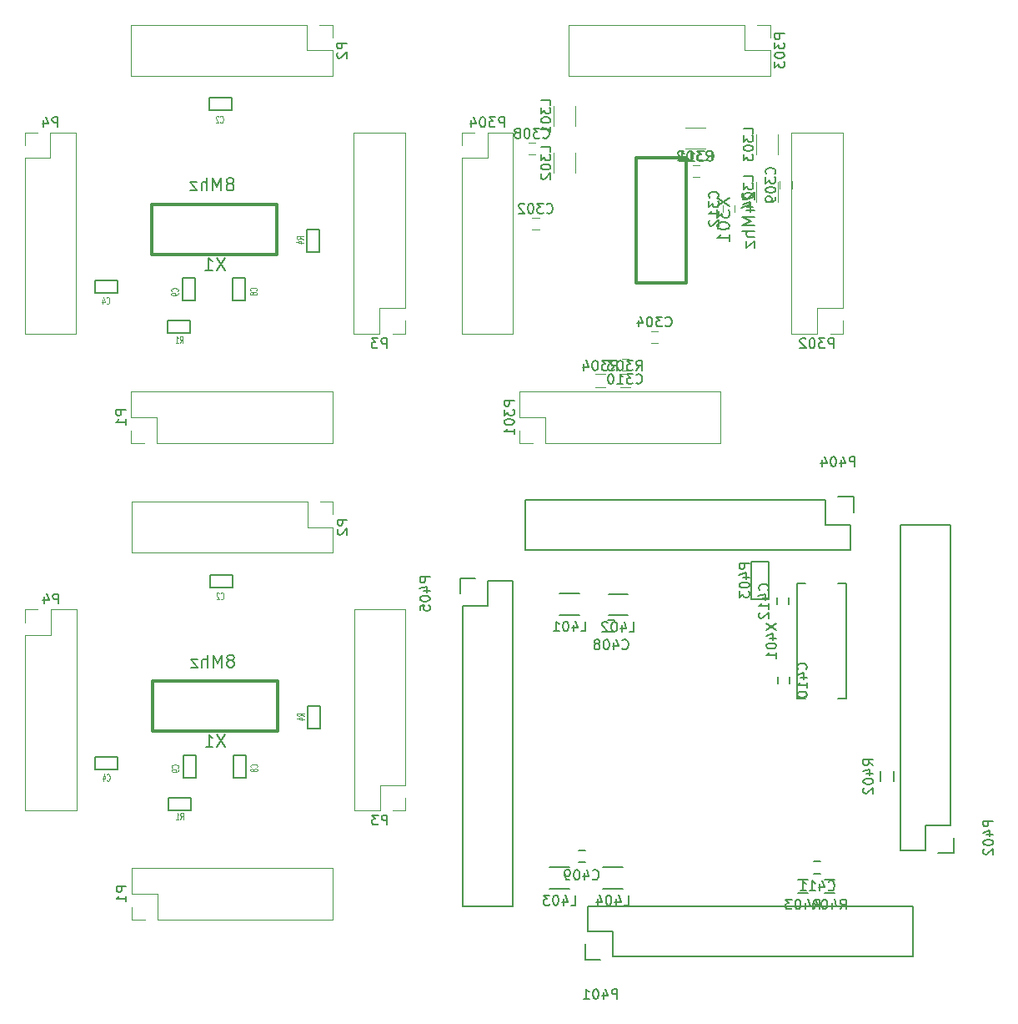
<source format=gbo>
G04 #@! TF.FileFunction,Legend,Bot*
%FSLAX46Y46*%
G04 Gerber Fmt 4.6, Leading zero omitted, Abs format (unit mm)*
G04 Created by KiCad (PCBNEW 4.0.5+dfsg1-4) date Mon Jun 11 22:34:57 2018*
%MOMM*%
%LPD*%
G01*
G04 APERTURE LIST*
%ADD10C,0.150000*%
%ADD11C,0.120000*%
%ADD12C,0.127000*%
%ADD13C,0.304800*%
%ADD14C,0.114300*%
%ADD15C,0.203200*%
G04 APERTURE END LIST*
D10*
D11*
X110988800Y-99796600D02*
X110988800Y-117636600D01*
X110988800Y-117636600D02*
X116188800Y-117636600D01*
X116188800Y-117636600D02*
X116188800Y-97196600D01*
X116188800Y-97196600D02*
X113588800Y-97196600D01*
X113588800Y-97196600D02*
X113588800Y-99796600D01*
X113588800Y-99796600D02*
X110988800Y-99796600D01*
X110988800Y-98526600D02*
X110988800Y-97196600D01*
X110988800Y-97196600D02*
X112258800Y-97196600D01*
X124383800Y-128685600D02*
X142223800Y-128685600D01*
X142223800Y-128685600D02*
X142223800Y-123485600D01*
X142223800Y-123485600D02*
X121783800Y-123485600D01*
X121783800Y-123485600D02*
X121783800Y-126085600D01*
X121783800Y-126085600D02*
X124383800Y-126085600D01*
X124383800Y-126085600D02*
X124383800Y-128685600D01*
X123113800Y-128685600D02*
X121783800Y-128685600D01*
X121783800Y-128685600D02*
X121783800Y-127415600D01*
X149589800Y-115036600D02*
X149589800Y-97196600D01*
X149589800Y-97196600D02*
X144389800Y-97196600D01*
X144389800Y-97196600D02*
X144389800Y-117636600D01*
X144389800Y-117636600D02*
X146989800Y-117636600D01*
X146989800Y-117636600D02*
X146989800Y-115036600D01*
X146989800Y-115036600D02*
X149589800Y-115036600D01*
X149589800Y-116306600D02*
X149589800Y-117636600D01*
X149589800Y-117636600D02*
X148319800Y-117636600D01*
X139623800Y-86274600D02*
X121783800Y-86274600D01*
X121783800Y-86274600D02*
X121783800Y-91474600D01*
X121783800Y-91474600D02*
X142223800Y-91474600D01*
X142223800Y-91474600D02*
X142223800Y-88874600D01*
X142223800Y-88874600D02*
X139623800Y-88874600D01*
X139623800Y-88874600D02*
X139623800Y-86274600D01*
X140893800Y-86274600D02*
X142223800Y-86274600D01*
X142223800Y-86274600D02*
X142223800Y-87544600D01*
D12*
X139623800Y-107035600D02*
X139623800Y-109321600D01*
X139623800Y-109321600D02*
X140893800Y-109321600D01*
X140893800Y-109321600D02*
X140893800Y-107035600D01*
X140893800Y-107035600D02*
X139623800Y-107035600D01*
X127812800Y-116306600D02*
X125526800Y-116306600D01*
X125526800Y-116306600D02*
X125526800Y-117576600D01*
X125526800Y-117576600D02*
X127812800Y-117576600D01*
X127812800Y-117576600D02*
X127812800Y-116306600D01*
X132003800Y-93700600D02*
X129717800Y-93700600D01*
X129717800Y-93700600D02*
X129717800Y-94970600D01*
X129717800Y-94970600D02*
X132003800Y-94970600D01*
X132003800Y-94970600D02*
X132003800Y-93700600D01*
X118097300Y-113449100D02*
X120383300Y-113449100D01*
X120383300Y-113449100D02*
X120383300Y-112179100D01*
X120383300Y-112179100D02*
X118097300Y-112179100D01*
X118097300Y-112179100D02*
X118097300Y-113449100D01*
X132130800Y-111988600D02*
X132130800Y-114274600D01*
X132130800Y-114274600D02*
X133400800Y-114274600D01*
X133400800Y-114274600D02*
X133400800Y-111988600D01*
X133400800Y-111988600D02*
X132130800Y-111988600D01*
X127050800Y-111988600D02*
X127050800Y-114274600D01*
X127050800Y-114274600D02*
X128320800Y-114274600D01*
X128320800Y-114274600D02*
X128320800Y-111988600D01*
X128320800Y-111988600D02*
X127050800Y-111988600D01*
D13*
X123875800Y-109575600D02*
X136575800Y-109575600D01*
X136575800Y-109575600D02*
X136575800Y-104495600D01*
X136575800Y-104495600D02*
X123875800Y-104495600D01*
X123875800Y-104495600D02*
X123875800Y-109575600D01*
D11*
X163766500Y-80324000D02*
X181606500Y-80324000D01*
X181606500Y-80324000D02*
X181606500Y-75124000D01*
X181606500Y-75124000D02*
X161166500Y-75124000D01*
X161166500Y-75124000D02*
X161166500Y-77724000D01*
X161166500Y-77724000D02*
X163766500Y-77724000D01*
X163766500Y-77724000D02*
X163766500Y-80324000D01*
X162496500Y-80324000D02*
X161166500Y-80324000D01*
X161166500Y-80324000D02*
X161166500Y-79054000D01*
D13*
X123825000Y-61214000D02*
X136525000Y-61214000D01*
X136525000Y-61214000D02*
X136525000Y-56134000D01*
X136525000Y-56134000D02*
X123825000Y-56134000D01*
X123825000Y-56134000D02*
X123825000Y-61214000D01*
D12*
X127000000Y-63627000D02*
X127000000Y-65913000D01*
X127000000Y-65913000D02*
X128270000Y-65913000D01*
X128270000Y-65913000D02*
X128270000Y-63627000D01*
X128270000Y-63627000D02*
X127000000Y-63627000D01*
X132080000Y-63627000D02*
X132080000Y-65913000D01*
X132080000Y-65913000D02*
X133350000Y-65913000D01*
X133350000Y-65913000D02*
X133350000Y-63627000D01*
X133350000Y-63627000D02*
X132080000Y-63627000D01*
X118046500Y-65087500D02*
X120332500Y-65087500D01*
X120332500Y-65087500D02*
X120332500Y-63817500D01*
X120332500Y-63817500D02*
X118046500Y-63817500D01*
X118046500Y-63817500D02*
X118046500Y-65087500D01*
X131953000Y-45339000D02*
X129667000Y-45339000D01*
X129667000Y-45339000D02*
X129667000Y-46609000D01*
X129667000Y-46609000D02*
X131953000Y-46609000D01*
X131953000Y-46609000D02*
X131953000Y-45339000D01*
X127762000Y-67945000D02*
X125476000Y-67945000D01*
X125476000Y-67945000D02*
X125476000Y-69215000D01*
X125476000Y-69215000D02*
X127762000Y-69215000D01*
X127762000Y-69215000D02*
X127762000Y-67945000D01*
X139573000Y-58674000D02*
X139573000Y-60960000D01*
X139573000Y-60960000D02*
X140843000Y-60960000D01*
X140843000Y-60960000D02*
X140843000Y-58674000D01*
X140843000Y-58674000D02*
X139573000Y-58674000D01*
D11*
X162464000Y-58702500D02*
X163164000Y-58702500D01*
X163164000Y-57502500D02*
X162464000Y-57502500D01*
X174529000Y-70196000D02*
X175229000Y-70196000D01*
X175229000Y-68996000D02*
X174529000Y-68996000D01*
X162083000Y-51082500D02*
X162783000Y-51082500D01*
X162783000Y-49882500D02*
X162083000Y-49882500D01*
X188814000Y-54515500D02*
X188814000Y-53815500D01*
X187614000Y-53815500D02*
X187614000Y-54515500D01*
X172244500Y-71790000D02*
X171544500Y-71790000D01*
X171544500Y-72990000D02*
X172244500Y-72990000D01*
X178783500Y-53368500D02*
X179483500Y-53368500D01*
X179483500Y-52168500D02*
X178783500Y-52168500D01*
X183035500Y-56928500D02*
X183035500Y-56228500D01*
X181835500Y-56228500D02*
X181835500Y-56928500D01*
X171394500Y-74657500D02*
X172394500Y-74657500D01*
X172394500Y-73297500D02*
X171394500Y-73297500D01*
X168854500Y-74657500D02*
X169854500Y-74657500D01*
X169854500Y-73297500D02*
X168854500Y-73297500D01*
D13*
X178117500Y-64071500D02*
X178117500Y-51371500D01*
X178117500Y-51371500D02*
X173037500Y-51371500D01*
X173037500Y-51371500D02*
X173037500Y-64071500D01*
X173037500Y-64071500D02*
X178117500Y-64071500D01*
D11*
X166805000Y-48180500D02*
X166805000Y-46180500D01*
X164665000Y-46180500D02*
X164665000Y-48180500D01*
X166805000Y-52943000D02*
X166805000Y-50943000D01*
X164665000Y-50943000D02*
X164665000Y-52943000D01*
X187379000Y-51038000D02*
X187379000Y-49038000D01*
X185239000Y-49038000D02*
X185239000Y-51038000D01*
X187379000Y-55864000D02*
X187379000Y-53864000D01*
X185239000Y-53864000D02*
X185239000Y-55864000D01*
X180006500Y-48333000D02*
X178006500Y-48333000D01*
X178006500Y-50473000D02*
X180006500Y-50473000D01*
X155324500Y-51435000D02*
X155324500Y-69275000D01*
X155324500Y-69275000D02*
X160524500Y-69275000D01*
X160524500Y-69275000D02*
X160524500Y-48835000D01*
X160524500Y-48835000D02*
X157924500Y-48835000D01*
X157924500Y-48835000D02*
X157924500Y-51435000D01*
X157924500Y-51435000D02*
X155324500Y-51435000D01*
X155324500Y-50165000D02*
X155324500Y-48835000D01*
X155324500Y-48835000D02*
X156594500Y-48835000D01*
X184023000Y-37913000D02*
X166183000Y-37913000D01*
X166183000Y-37913000D02*
X166183000Y-43113000D01*
X166183000Y-43113000D02*
X186623000Y-43113000D01*
X186623000Y-43113000D02*
X186623000Y-40513000D01*
X186623000Y-40513000D02*
X184023000Y-40513000D01*
X184023000Y-40513000D02*
X184023000Y-37913000D01*
X185293000Y-37913000D02*
X186623000Y-37913000D01*
X186623000Y-37913000D02*
X186623000Y-39183000D01*
X193989000Y-66675000D02*
X193989000Y-48835000D01*
X193989000Y-48835000D02*
X188789000Y-48835000D01*
X188789000Y-48835000D02*
X188789000Y-69275000D01*
X188789000Y-69275000D02*
X191389000Y-69275000D01*
X191389000Y-69275000D02*
X191389000Y-66675000D01*
X191389000Y-66675000D02*
X193989000Y-66675000D01*
X193989000Y-67945000D02*
X193989000Y-69275000D01*
X193989000Y-69275000D02*
X192719000Y-69275000D01*
X139573000Y-37913000D02*
X121733000Y-37913000D01*
X121733000Y-37913000D02*
X121733000Y-43113000D01*
X121733000Y-43113000D02*
X142173000Y-43113000D01*
X142173000Y-43113000D02*
X142173000Y-40513000D01*
X142173000Y-40513000D02*
X139573000Y-40513000D01*
X139573000Y-40513000D02*
X139573000Y-37913000D01*
X140843000Y-37913000D02*
X142173000Y-37913000D01*
X142173000Y-37913000D02*
X142173000Y-39183000D01*
X149539000Y-66675000D02*
X149539000Y-48835000D01*
X149539000Y-48835000D02*
X144339000Y-48835000D01*
X144339000Y-48835000D02*
X144339000Y-69275000D01*
X144339000Y-69275000D02*
X146939000Y-69275000D01*
X146939000Y-69275000D02*
X146939000Y-66675000D01*
X146939000Y-66675000D02*
X149539000Y-66675000D01*
X149539000Y-67945000D02*
X149539000Y-69275000D01*
X149539000Y-69275000D02*
X148269000Y-69275000D01*
X124333000Y-80324000D02*
X142173000Y-80324000D01*
X142173000Y-80324000D02*
X142173000Y-75124000D01*
X142173000Y-75124000D02*
X121733000Y-75124000D01*
X121733000Y-75124000D02*
X121733000Y-77724000D01*
X121733000Y-77724000D02*
X124333000Y-77724000D01*
X124333000Y-77724000D02*
X124333000Y-80324000D01*
X123063000Y-80324000D02*
X121733000Y-80324000D01*
X121733000Y-80324000D02*
X121733000Y-79054000D01*
X110938000Y-51435000D02*
X110938000Y-69275000D01*
X110938000Y-69275000D02*
X116138000Y-69275000D01*
X116138000Y-69275000D02*
X116138000Y-48835000D01*
X116138000Y-48835000D02*
X113538000Y-48835000D01*
X113538000Y-48835000D02*
X113538000Y-51435000D01*
X113538000Y-51435000D02*
X110938000Y-51435000D01*
X110938000Y-50165000D02*
X110938000Y-48835000D01*
X110938000Y-48835000D02*
X112208000Y-48835000D01*
D10*
X170134800Y-99533000D02*
X170834800Y-99533000D01*
X170834800Y-98333000D02*
X170134800Y-98333000D01*
X167137600Y-122901000D02*
X167837600Y-122901000D01*
X167837600Y-121701000D02*
X167137600Y-121701000D01*
X188610800Y-104769400D02*
X188610800Y-104069400D01*
X187410800Y-104069400D02*
X187410800Y-104769400D01*
X191064400Y-124018600D02*
X191764400Y-124018600D01*
X191764400Y-122818600D02*
X191064400Y-122818600D01*
X187309200Y-96043000D02*
X187309200Y-96743000D01*
X188509200Y-96743000D02*
X188509200Y-96043000D01*
X199201400Y-114673000D02*
X199201400Y-113673000D01*
X197851400Y-113673000D02*
X197851400Y-114673000D01*
X190441200Y-124623200D02*
X189441200Y-124623200D01*
X189441200Y-125973200D02*
X190441200Y-125973200D01*
X193133600Y-124623200D02*
X192133600Y-124623200D01*
X192133600Y-125973200D02*
X193133600Y-125973200D01*
X168148000Y-127381000D02*
X201168000Y-127381000D01*
X170688000Y-132461000D02*
X201168000Y-132461000D01*
X201168000Y-127381000D02*
X201168000Y-132461000D01*
X168148000Y-127381000D02*
X168148000Y-129921000D01*
X169418000Y-132741000D02*
X167868000Y-132741000D01*
X168148000Y-129921000D02*
X170688000Y-129921000D01*
X170688000Y-129921000D02*
X170688000Y-132461000D01*
X167868000Y-132741000D02*
X167868000Y-131191000D01*
X199898000Y-121640600D02*
X199898000Y-88620600D01*
X204978000Y-119100600D02*
X204978000Y-88620600D01*
X199898000Y-88620600D02*
X204978000Y-88620600D01*
X199898000Y-121640600D02*
X202438000Y-121640600D01*
X205258000Y-120370600D02*
X205258000Y-121920600D01*
X202438000Y-121640600D02*
X202438000Y-119100600D01*
X202438000Y-119100600D02*
X204978000Y-119100600D01*
X205258000Y-121920600D02*
X203708000Y-121920600D01*
X194818000Y-91186000D02*
X161798000Y-91186000D01*
X192278000Y-86106000D02*
X161798000Y-86106000D01*
X161798000Y-91186000D02*
X161798000Y-86106000D01*
X194818000Y-91186000D02*
X194818000Y-88646000D01*
X193548000Y-85826000D02*
X195098000Y-85826000D01*
X194818000Y-88646000D02*
X192278000Y-88646000D01*
X192278000Y-88646000D02*
X192278000Y-86106000D01*
X195098000Y-85826000D02*
X195098000Y-87376000D01*
X160528000Y-94361000D02*
X160528000Y-127381000D01*
X155448000Y-96901000D02*
X155448000Y-127381000D01*
X160528000Y-127381000D02*
X155448000Y-127381000D01*
X160528000Y-94361000D02*
X157988000Y-94361000D01*
X155168000Y-95631000D02*
X155168000Y-94081000D01*
X157988000Y-94361000D02*
X157988000Y-96901000D01*
X157988000Y-96901000D02*
X155448000Y-96901000D01*
X155168000Y-94081000D02*
X156718000Y-94081000D01*
X167268400Y-95622800D02*
X165268400Y-95622800D01*
X165268400Y-97772800D02*
X167268400Y-97772800D01*
X172196000Y-95673600D02*
X170196000Y-95673600D01*
X170196000Y-97823600D02*
X172196000Y-97823600D01*
X166252400Y-123410400D02*
X164252400Y-123410400D01*
X164252400Y-125560400D02*
X166252400Y-125560400D01*
X171637200Y-123410400D02*
X169637200Y-123410400D01*
X169637200Y-125560400D02*
X171637200Y-125560400D01*
X194370960Y-94607380D02*
X194370960Y-106306620D01*
X189372240Y-106306620D02*
X189372240Y-94607380D01*
X194370960Y-106306620D02*
X193522600Y-106306620D01*
X189372240Y-106306620D02*
X190220600Y-106306620D01*
X194370960Y-94607380D02*
X193522600Y-94607380D01*
X189372240Y-94607380D02*
X190220600Y-94607380D01*
X186461400Y-92354400D02*
X186461400Y-96164400D01*
X186461400Y-96164400D02*
X184683400Y-96164400D01*
X184683400Y-96164400D02*
X184683400Y-92354400D01*
X186461400Y-92354400D02*
X184683400Y-92354400D01*
X114326895Y-96648981D02*
X114326895Y-95648981D01*
X113945942Y-95648981D01*
X113850704Y-95696600D01*
X113803085Y-95744219D01*
X113755466Y-95839457D01*
X113755466Y-95982314D01*
X113803085Y-96077552D01*
X113850704Y-96125171D01*
X113945942Y-96172790D01*
X114326895Y-96172790D01*
X112898323Y-95982314D02*
X112898323Y-96648981D01*
X113136419Y-95601362D02*
X113374514Y-96315648D01*
X112755466Y-96315648D01*
X121236181Y-125347505D02*
X120236181Y-125347505D01*
X120236181Y-125728458D01*
X120283800Y-125823696D01*
X120331419Y-125871315D01*
X120426657Y-125918934D01*
X120569514Y-125918934D01*
X120664752Y-125871315D01*
X120712371Y-125823696D01*
X120759990Y-125728458D01*
X120759990Y-125347505D01*
X121236181Y-126871315D02*
X121236181Y-126299886D01*
X121236181Y-126585600D02*
X120236181Y-126585600D01*
X120379038Y-126490362D01*
X120474276Y-126395124D01*
X120521895Y-126299886D01*
X147727895Y-119088981D02*
X147727895Y-118088981D01*
X147346942Y-118088981D01*
X147251704Y-118136600D01*
X147204085Y-118184219D01*
X147156466Y-118279457D01*
X147156466Y-118422314D01*
X147204085Y-118517552D01*
X147251704Y-118565171D01*
X147346942Y-118612790D01*
X147727895Y-118612790D01*
X146823133Y-118088981D02*
X146204085Y-118088981D01*
X146537419Y-118469933D01*
X146394561Y-118469933D01*
X146299323Y-118517552D01*
X146251704Y-118565171D01*
X146204085Y-118660410D01*
X146204085Y-118898505D01*
X146251704Y-118993743D01*
X146299323Y-119041362D01*
X146394561Y-119088981D01*
X146680276Y-119088981D01*
X146775514Y-119041362D01*
X146823133Y-118993743D01*
X143676181Y-88136505D02*
X142676181Y-88136505D01*
X142676181Y-88517458D01*
X142723800Y-88612696D01*
X142771419Y-88660315D01*
X142866657Y-88707934D01*
X143009514Y-88707934D01*
X143104752Y-88660315D01*
X143152371Y-88612696D01*
X143199990Y-88517458D01*
X143199990Y-88136505D01*
X142771419Y-89088886D02*
X142723800Y-89136505D01*
X142676181Y-89231743D01*
X142676181Y-89469839D01*
X142723800Y-89565077D01*
X142771419Y-89612696D01*
X142866657Y-89660315D01*
X142961895Y-89660315D01*
X143104752Y-89612696D01*
X143676181Y-89041267D01*
X143676181Y-89660315D01*
D14*
X139285133Y-108026200D02*
X138946467Y-107873800D01*
X139285133Y-107764943D02*
X138573933Y-107764943D01*
X138573933Y-107939115D01*
X138607800Y-107982657D01*
X138641667Y-108004429D01*
X138709400Y-108026200D01*
X138811000Y-108026200D01*
X138878733Y-108004429D01*
X138912600Y-107982657D01*
X138946467Y-107939115D01*
X138946467Y-107764943D01*
X138811000Y-108418086D02*
X139285133Y-108418086D01*
X138540067Y-108309229D02*
X139048067Y-108200372D01*
X139048067Y-108483400D01*
X126746000Y-118558733D02*
X126898400Y-118220067D01*
X127007257Y-118558733D02*
X127007257Y-117847533D01*
X126833085Y-117847533D01*
X126789543Y-117881400D01*
X126767771Y-117915267D01*
X126746000Y-117983000D01*
X126746000Y-118084600D01*
X126767771Y-118152333D01*
X126789543Y-118186200D01*
X126833085Y-118220067D01*
X127007257Y-118220067D01*
X126310571Y-118558733D02*
X126571828Y-118558733D01*
X126441200Y-118558733D02*
X126441200Y-117847533D01*
X126484743Y-117949133D01*
X126528285Y-118016867D01*
X126571828Y-118050733D01*
X130835400Y-96164400D02*
X130857171Y-96198267D01*
X130922485Y-96232133D01*
X130966028Y-96232133D01*
X131031343Y-96198267D01*
X131074885Y-96130533D01*
X131096657Y-96062800D01*
X131118428Y-95927333D01*
X131118428Y-95825733D01*
X131096657Y-95690267D01*
X131074885Y-95622533D01*
X131031343Y-95554800D01*
X130966028Y-95520933D01*
X130922485Y-95520933D01*
X130857171Y-95554800D01*
X130835400Y-95588667D01*
X130661228Y-95588667D02*
X130639457Y-95554800D01*
X130595914Y-95520933D01*
X130487057Y-95520933D01*
X130443514Y-95554800D01*
X130421743Y-95588667D01*
X130399971Y-95656400D01*
X130399971Y-95724133D01*
X130421743Y-95825733D01*
X130683000Y-96232133D01*
X130399971Y-96232133D01*
X119278400Y-114554000D02*
X119300171Y-114587867D01*
X119365485Y-114621733D01*
X119409028Y-114621733D01*
X119474343Y-114587867D01*
X119517885Y-114520133D01*
X119539657Y-114452400D01*
X119561428Y-114316933D01*
X119561428Y-114215333D01*
X119539657Y-114079867D01*
X119517885Y-114012133D01*
X119474343Y-113944400D01*
X119409028Y-113910533D01*
X119365485Y-113910533D01*
X119300171Y-113944400D01*
X119278400Y-113978267D01*
X118886514Y-114147600D02*
X118886514Y-114621733D01*
X118995371Y-113876667D02*
X119104228Y-114384667D01*
X118821200Y-114384667D01*
X134493000Y-113233200D02*
X134526867Y-113211429D01*
X134560733Y-113146115D01*
X134560733Y-113102572D01*
X134526867Y-113037257D01*
X134459133Y-112993715D01*
X134391400Y-112971943D01*
X134255933Y-112950172D01*
X134154333Y-112950172D01*
X134018867Y-112971943D01*
X133951133Y-112993715D01*
X133883400Y-113037257D01*
X133849533Y-113102572D01*
X133849533Y-113146115D01*
X133883400Y-113211429D01*
X133917267Y-113233200D01*
X134154333Y-113494457D02*
X134120467Y-113450915D01*
X134086600Y-113429143D01*
X134018867Y-113407372D01*
X133985000Y-113407372D01*
X133917267Y-113429143D01*
X133883400Y-113450915D01*
X133849533Y-113494457D01*
X133849533Y-113581543D01*
X133883400Y-113625086D01*
X133917267Y-113646857D01*
X133985000Y-113668629D01*
X134018867Y-113668629D01*
X134086600Y-113646857D01*
X134120467Y-113625086D01*
X134154333Y-113581543D01*
X134154333Y-113494457D01*
X134188200Y-113450915D01*
X134222067Y-113429143D01*
X134289800Y-113407372D01*
X134425267Y-113407372D01*
X134493000Y-113429143D01*
X134526867Y-113450915D01*
X134560733Y-113494457D01*
X134560733Y-113581543D01*
X134526867Y-113625086D01*
X134493000Y-113646857D01*
X134425267Y-113668629D01*
X134289800Y-113668629D01*
X134222067Y-113646857D01*
X134188200Y-113625086D01*
X134154333Y-113581543D01*
X126492000Y-113284000D02*
X126525867Y-113262229D01*
X126559733Y-113196915D01*
X126559733Y-113153372D01*
X126525867Y-113088057D01*
X126458133Y-113044515D01*
X126390400Y-113022743D01*
X126254933Y-113000972D01*
X126153333Y-113000972D01*
X126017867Y-113022743D01*
X125950133Y-113044515D01*
X125882400Y-113088057D01*
X125848533Y-113153372D01*
X125848533Y-113196915D01*
X125882400Y-113262229D01*
X125916267Y-113284000D01*
X126559733Y-113501715D02*
X126559733Y-113588800D01*
X126525867Y-113632343D01*
X126492000Y-113654115D01*
X126390400Y-113697657D01*
X126254933Y-113719429D01*
X125984000Y-113719429D01*
X125916267Y-113697657D01*
X125882400Y-113675886D01*
X125848533Y-113632343D01*
X125848533Y-113545257D01*
X125882400Y-113501715D01*
X125916267Y-113479943D01*
X125984000Y-113458172D01*
X126153333Y-113458172D01*
X126221067Y-113479943D01*
X126254933Y-113501715D01*
X126288800Y-113545257D01*
X126288800Y-113632343D01*
X126254933Y-113675886D01*
X126221067Y-113697657D01*
X126153333Y-113719429D01*
D15*
X131304695Y-109921524D02*
X130458029Y-111191524D01*
X130458029Y-109921524D02*
X131304695Y-111191524D01*
X129308981Y-111191524D02*
X130034695Y-111191524D01*
X129671838Y-111191524D02*
X129671838Y-109921524D01*
X129792790Y-110102952D01*
X129913743Y-110223905D01*
X130034695Y-110284381D01*
X131957838Y-102388610D02*
X132078791Y-102328133D01*
X132139267Y-102267657D01*
X132199743Y-102146705D01*
X132199743Y-102086229D01*
X132139267Y-101965276D01*
X132078791Y-101904800D01*
X131957838Y-101844324D01*
X131715934Y-101844324D01*
X131594981Y-101904800D01*
X131534505Y-101965276D01*
X131474029Y-102086229D01*
X131474029Y-102146705D01*
X131534505Y-102267657D01*
X131594981Y-102328133D01*
X131715934Y-102388610D01*
X131957838Y-102388610D01*
X132078791Y-102449086D01*
X132139267Y-102509562D01*
X132199743Y-102630514D01*
X132199743Y-102872419D01*
X132139267Y-102993371D01*
X132078791Y-103053848D01*
X131957838Y-103114324D01*
X131715934Y-103114324D01*
X131594981Y-103053848D01*
X131534505Y-102993371D01*
X131474029Y-102872419D01*
X131474029Y-102630514D01*
X131534505Y-102509562D01*
X131594981Y-102449086D01*
X131715934Y-102388610D01*
X130929743Y-103114324D02*
X130929743Y-101844324D01*
X130506410Y-102751467D01*
X130083076Y-101844324D01*
X130083076Y-103114324D01*
X129478314Y-103114324D02*
X129478314Y-101844324D01*
X128934028Y-103114324D02*
X128934028Y-102449086D01*
X128994505Y-102328133D01*
X129115457Y-102267657D01*
X129296885Y-102267657D01*
X129417838Y-102328133D01*
X129478314Y-102388610D01*
X128450218Y-102267657D02*
X127784980Y-102267657D01*
X128450218Y-103114324D01*
X127784980Y-103114324D01*
D10*
X160618881Y-76033524D02*
X159618881Y-76033524D01*
X159618881Y-76414477D01*
X159666500Y-76509715D01*
X159714119Y-76557334D01*
X159809357Y-76604953D01*
X159952214Y-76604953D01*
X160047452Y-76557334D01*
X160095071Y-76509715D01*
X160142690Y-76414477D01*
X160142690Y-76033524D01*
X159618881Y-76938286D02*
X159618881Y-77557334D01*
X159999833Y-77224000D01*
X159999833Y-77366858D01*
X160047452Y-77462096D01*
X160095071Y-77509715D01*
X160190310Y-77557334D01*
X160428405Y-77557334D01*
X160523643Y-77509715D01*
X160571262Y-77462096D01*
X160618881Y-77366858D01*
X160618881Y-77081143D01*
X160571262Y-76985905D01*
X160523643Y-76938286D01*
X159618881Y-78176381D02*
X159618881Y-78271620D01*
X159666500Y-78366858D01*
X159714119Y-78414477D01*
X159809357Y-78462096D01*
X159999833Y-78509715D01*
X160237929Y-78509715D01*
X160428405Y-78462096D01*
X160523643Y-78414477D01*
X160571262Y-78366858D01*
X160618881Y-78271620D01*
X160618881Y-78176381D01*
X160571262Y-78081143D01*
X160523643Y-78033524D01*
X160428405Y-77985905D01*
X160237929Y-77938286D01*
X159999833Y-77938286D01*
X159809357Y-77985905D01*
X159714119Y-78033524D01*
X159666500Y-78081143D01*
X159618881Y-78176381D01*
X160618881Y-79462096D02*
X160618881Y-78890667D01*
X160618881Y-79176381D02*
X159618881Y-79176381D01*
X159761738Y-79081143D01*
X159856976Y-78985905D01*
X159904595Y-78890667D01*
D15*
X131253895Y-61559924D02*
X130407229Y-62829924D01*
X130407229Y-61559924D02*
X131253895Y-62829924D01*
X129258181Y-62829924D02*
X129983895Y-62829924D01*
X129621038Y-62829924D02*
X129621038Y-61559924D01*
X129741990Y-61741352D01*
X129862943Y-61862305D01*
X129983895Y-61922781D01*
X131907038Y-54027010D02*
X132027991Y-53966533D01*
X132088467Y-53906057D01*
X132148943Y-53785105D01*
X132148943Y-53724629D01*
X132088467Y-53603676D01*
X132027991Y-53543200D01*
X131907038Y-53482724D01*
X131665134Y-53482724D01*
X131544181Y-53543200D01*
X131483705Y-53603676D01*
X131423229Y-53724629D01*
X131423229Y-53785105D01*
X131483705Y-53906057D01*
X131544181Y-53966533D01*
X131665134Y-54027010D01*
X131907038Y-54027010D01*
X132027991Y-54087486D01*
X132088467Y-54147962D01*
X132148943Y-54268914D01*
X132148943Y-54510819D01*
X132088467Y-54631771D01*
X132027991Y-54692248D01*
X131907038Y-54752724D01*
X131665134Y-54752724D01*
X131544181Y-54692248D01*
X131483705Y-54631771D01*
X131423229Y-54510819D01*
X131423229Y-54268914D01*
X131483705Y-54147962D01*
X131544181Y-54087486D01*
X131665134Y-54027010D01*
X130878943Y-54752724D02*
X130878943Y-53482724D01*
X130455610Y-54389867D01*
X130032276Y-53482724D01*
X130032276Y-54752724D01*
X129427514Y-54752724D02*
X129427514Y-53482724D01*
X128883228Y-54752724D02*
X128883228Y-54087486D01*
X128943705Y-53966533D01*
X129064657Y-53906057D01*
X129246085Y-53906057D01*
X129367038Y-53966533D01*
X129427514Y-54027010D01*
X128399418Y-53906057D02*
X127734180Y-53906057D01*
X128399418Y-54752724D01*
X127734180Y-54752724D01*
D14*
X126441200Y-64922400D02*
X126475067Y-64900629D01*
X126508933Y-64835315D01*
X126508933Y-64791772D01*
X126475067Y-64726457D01*
X126407333Y-64682915D01*
X126339600Y-64661143D01*
X126204133Y-64639372D01*
X126102533Y-64639372D01*
X125967067Y-64661143D01*
X125899333Y-64682915D01*
X125831600Y-64726457D01*
X125797733Y-64791772D01*
X125797733Y-64835315D01*
X125831600Y-64900629D01*
X125865467Y-64922400D01*
X126508933Y-65140115D02*
X126508933Y-65227200D01*
X126475067Y-65270743D01*
X126441200Y-65292515D01*
X126339600Y-65336057D01*
X126204133Y-65357829D01*
X125933200Y-65357829D01*
X125865467Y-65336057D01*
X125831600Y-65314286D01*
X125797733Y-65270743D01*
X125797733Y-65183657D01*
X125831600Y-65140115D01*
X125865467Y-65118343D01*
X125933200Y-65096572D01*
X126102533Y-65096572D01*
X126170267Y-65118343D01*
X126204133Y-65140115D01*
X126238000Y-65183657D01*
X126238000Y-65270743D01*
X126204133Y-65314286D01*
X126170267Y-65336057D01*
X126102533Y-65357829D01*
X134442200Y-64871600D02*
X134476067Y-64849829D01*
X134509933Y-64784515D01*
X134509933Y-64740972D01*
X134476067Y-64675657D01*
X134408333Y-64632115D01*
X134340600Y-64610343D01*
X134205133Y-64588572D01*
X134103533Y-64588572D01*
X133968067Y-64610343D01*
X133900333Y-64632115D01*
X133832600Y-64675657D01*
X133798733Y-64740972D01*
X133798733Y-64784515D01*
X133832600Y-64849829D01*
X133866467Y-64871600D01*
X134103533Y-65132857D02*
X134069667Y-65089315D01*
X134035800Y-65067543D01*
X133968067Y-65045772D01*
X133934200Y-65045772D01*
X133866467Y-65067543D01*
X133832600Y-65089315D01*
X133798733Y-65132857D01*
X133798733Y-65219943D01*
X133832600Y-65263486D01*
X133866467Y-65285257D01*
X133934200Y-65307029D01*
X133968067Y-65307029D01*
X134035800Y-65285257D01*
X134069667Y-65263486D01*
X134103533Y-65219943D01*
X134103533Y-65132857D01*
X134137400Y-65089315D01*
X134171267Y-65067543D01*
X134239000Y-65045772D01*
X134374467Y-65045772D01*
X134442200Y-65067543D01*
X134476067Y-65089315D01*
X134509933Y-65132857D01*
X134509933Y-65219943D01*
X134476067Y-65263486D01*
X134442200Y-65285257D01*
X134374467Y-65307029D01*
X134239000Y-65307029D01*
X134171267Y-65285257D01*
X134137400Y-65263486D01*
X134103533Y-65219943D01*
X119227600Y-66192400D02*
X119249371Y-66226267D01*
X119314685Y-66260133D01*
X119358228Y-66260133D01*
X119423543Y-66226267D01*
X119467085Y-66158533D01*
X119488857Y-66090800D01*
X119510628Y-65955333D01*
X119510628Y-65853733D01*
X119488857Y-65718267D01*
X119467085Y-65650533D01*
X119423543Y-65582800D01*
X119358228Y-65548933D01*
X119314685Y-65548933D01*
X119249371Y-65582800D01*
X119227600Y-65616667D01*
X118835714Y-65786000D02*
X118835714Y-66260133D01*
X118944571Y-65515067D02*
X119053428Y-66023067D01*
X118770400Y-66023067D01*
X130784600Y-47802800D02*
X130806371Y-47836667D01*
X130871685Y-47870533D01*
X130915228Y-47870533D01*
X130980543Y-47836667D01*
X131024085Y-47768933D01*
X131045857Y-47701200D01*
X131067628Y-47565733D01*
X131067628Y-47464133D01*
X131045857Y-47328667D01*
X131024085Y-47260933D01*
X130980543Y-47193200D01*
X130915228Y-47159333D01*
X130871685Y-47159333D01*
X130806371Y-47193200D01*
X130784600Y-47227067D01*
X130610428Y-47227067D02*
X130588657Y-47193200D01*
X130545114Y-47159333D01*
X130436257Y-47159333D01*
X130392714Y-47193200D01*
X130370943Y-47227067D01*
X130349171Y-47294800D01*
X130349171Y-47362533D01*
X130370943Y-47464133D01*
X130632200Y-47870533D01*
X130349171Y-47870533D01*
X126695200Y-70197133D02*
X126847600Y-69858467D01*
X126956457Y-70197133D02*
X126956457Y-69485933D01*
X126782285Y-69485933D01*
X126738743Y-69519800D01*
X126716971Y-69553667D01*
X126695200Y-69621400D01*
X126695200Y-69723000D01*
X126716971Y-69790733D01*
X126738743Y-69824600D01*
X126782285Y-69858467D01*
X126956457Y-69858467D01*
X126259771Y-70197133D02*
X126521028Y-70197133D01*
X126390400Y-70197133D02*
X126390400Y-69485933D01*
X126433943Y-69587533D01*
X126477485Y-69655267D01*
X126521028Y-69689133D01*
X139234333Y-59664600D02*
X138895667Y-59512200D01*
X139234333Y-59403343D02*
X138523133Y-59403343D01*
X138523133Y-59577515D01*
X138557000Y-59621057D01*
X138590867Y-59642829D01*
X138658600Y-59664600D01*
X138760200Y-59664600D01*
X138827933Y-59642829D01*
X138861800Y-59621057D01*
X138895667Y-59577515D01*
X138895667Y-59403343D01*
X138760200Y-60056486D02*
X139234333Y-60056486D01*
X138489267Y-59947629D02*
X138997267Y-59838772D01*
X138997267Y-60121800D01*
D10*
X163933047Y-56959643D02*
X163980666Y-57007262D01*
X164123523Y-57054881D01*
X164218761Y-57054881D01*
X164361619Y-57007262D01*
X164456857Y-56912024D01*
X164504476Y-56816786D01*
X164552095Y-56626310D01*
X164552095Y-56483452D01*
X164504476Y-56292976D01*
X164456857Y-56197738D01*
X164361619Y-56102500D01*
X164218761Y-56054881D01*
X164123523Y-56054881D01*
X163980666Y-56102500D01*
X163933047Y-56150119D01*
X163599714Y-56054881D02*
X162980666Y-56054881D01*
X163314000Y-56435833D01*
X163171142Y-56435833D01*
X163075904Y-56483452D01*
X163028285Y-56531071D01*
X162980666Y-56626310D01*
X162980666Y-56864405D01*
X163028285Y-56959643D01*
X163075904Y-57007262D01*
X163171142Y-57054881D01*
X163456857Y-57054881D01*
X163552095Y-57007262D01*
X163599714Y-56959643D01*
X162361619Y-56054881D02*
X162266380Y-56054881D01*
X162171142Y-56102500D01*
X162123523Y-56150119D01*
X162075904Y-56245357D01*
X162028285Y-56435833D01*
X162028285Y-56673929D01*
X162075904Y-56864405D01*
X162123523Y-56959643D01*
X162171142Y-57007262D01*
X162266380Y-57054881D01*
X162361619Y-57054881D01*
X162456857Y-57007262D01*
X162504476Y-56959643D01*
X162552095Y-56864405D01*
X162599714Y-56673929D01*
X162599714Y-56435833D01*
X162552095Y-56245357D01*
X162504476Y-56150119D01*
X162456857Y-56102500D01*
X162361619Y-56054881D01*
X161647333Y-56150119D02*
X161599714Y-56102500D01*
X161504476Y-56054881D01*
X161266380Y-56054881D01*
X161171142Y-56102500D01*
X161123523Y-56150119D01*
X161075904Y-56245357D01*
X161075904Y-56340595D01*
X161123523Y-56483452D01*
X161694952Y-57054881D01*
X161075904Y-57054881D01*
X175998047Y-68453143D02*
X176045666Y-68500762D01*
X176188523Y-68548381D01*
X176283761Y-68548381D01*
X176426619Y-68500762D01*
X176521857Y-68405524D01*
X176569476Y-68310286D01*
X176617095Y-68119810D01*
X176617095Y-67976952D01*
X176569476Y-67786476D01*
X176521857Y-67691238D01*
X176426619Y-67596000D01*
X176283761Y-67548381D01*
X176188523Y-67548381D01*
X176045666Y-67596000D01*
X175998047Y-67643619D01*
X175664714Y-67548381D02*
X175045666Y-67548381D01*
X175379000Y-67929333D01*
X175236142Y-67929333D01*
X175140904Y-67976952D01*
X175093285Y-68024571D01*
X175045666Y-68119810D01*
X175045666Y-68357905D01*
X175093285Y-68453143D01*
X175140904Y-68500762D01*
X175236142Y-68548381D01*
X175521857Y-68548381D01*
X175617095Y-68500762D01*
X175664714Y-68453143D01*
X174426619Y-67548381D02*
X174331380Y-67548381D01*
X174236142Y-67596000D01*
X174188523Y-67643619D01*
X174140904Y-67738857D01*
X174093285Y-67929333D01*
X174093285Y-68167429D01*
X174140904Y-68357905D01*
X174188523Y-68453143D01*
X174236142Y-68500762D01*
X174331380Y-68548381D01*
X174426619Y-68548381D01*
X174521857Y-68500762D01*
X174569476Y-68453143D01*
X174617095Y-68357905D01*
X174664714Y-68167429D01*
X174664714Y-67929333D01*
X174617095Y-67738857D01*
X174569476Y-67643619D01*
X174521857Y-67596000D01*
X174426619Y-67548381D01*
X173236142Y-67881714D02*
X173236142Y-68548381D01*
X173474238Y-67500762D02*
X173712333Y-68215048D01*
X173093285Y-68215048D01*
X163552047Y-49339643D02*
X163599666Y-49387262D01*
X163742523Y-49434881D01*
X163837761Y-49434881D01*
X163980619Y-49387262D01*
X164075857Y-49292024D01*
X164123476Y-49196786D01*
X164171095Y-49006310D01*
X164171095Y-48863452D01*
X164123476Y-48672976D01*
X164075857Y-48577738D01*
X163980619Y-48482500D01*
X163837761Y-48434881D01*
X163742523Y-48434881D01*
X163599666Y-48482500D01*
X163552047Y-48530119D01*
X163218714Y-48434881D02*
X162599666Y-48434881D01*
X162933000Y-48815833D01*
X162790142Y-48815833D01*
X162694904Y-48863452D01*
X162647285Y-48911071D01*
X162599666Y-49006310D01*
X162599666Y-49244405D01*
X162647285Y-49339643D01*
X162694904Y-49387262D01*
X162790142Y-49434881D01*
X163075857Y-49434881D01*
X163171095Y-49387262D01*
X163218714Y-49339643D01*
X161980619Y-48434881D02*
X161885380Y-48434881D01*
X161790142Y-48482500D01*
X161742523Y-48530119D01*
X161694904Y-48625357D01*
X161647285Y-48815833D01*
X161647285Y-49053929D01*
X161694904Y-49244405D01*
X161742523Y-49339643D01*
X161790142Y-49387262D01*
X161885380Y-49434881D01*
X161980619Y-49434881D01*
X162075857Y-49387262D01*
X162123476Y-49339643D01*
X162171095Y-49244405D01*
X162218714Y-49053929D01*
X162218714Y-48815833D01*
X162171095Y-48625357D01*
X162123476Y-48530119D01*
X162075857Y-48482500D01*
X161980619Y-48434881D01*
X161075857Y-48863452D02*
X161171095Y-48815833D01*
X161218714Y-48768214D01*
X161266333Y-48672976D01*
X161266333Y-48625357D01*
X161218714Y-48530119D01*
X161171095Y-48482500D01*
X161075857Y-48434881D01*
X160885380Y-48434881D01*
X160790142Y-48482500D01*
X160742523Y-48530119D01*
X160694904Y-48625357D01*
X160694904Y-48672976D01*
X160742523Y-48768214D01*
X160790142Y-48815833D01*
X160885380Y-48863452D01*
X161075857Y-48863452D01*
X161171095Y-48911071D01*
X161218714Y-48958690D01*
X161266333Y-49053929D01*
X161266333Y-49244405D01*
X161218714Y-49339643D01*
X161171095Y-49387262D01*
X161075857Y-49434881D01*
X160885380Y-49434881D01*
X160790142Y-49387262D01*
X160742523Y-49339643D01*
X160694904Y-49244405D01*
X160694904Y-49053929D01*
X160742523Y-48958690D01*
X160790142Y-48911071D01*
X160885380Y-48863452D01*
X187071143Y-53046453D02*
X187118762Y-52998834D01*
X187166381Y-52855977D01*
X187166381Y-52760739D01*
X187118762Y-52617881D01*
X187023524Y-52522643D01*
X186928286Y-52475024D01*
X186737810Y-52427405D01*
X186594952Y-52427405D01*
X186404476Y-52475024D01*
X186309238Y-52522643D01*
X186214000Y-52617881D01*
X186166381Y-52760739D01*
X186166381Y-52855977D01*
X186214000Y-52998834D01*
X186261619Y-53046453D01*
X186166381Y-53379786D02*
X186166381Y-53998834D01*
X186547333Y-53665500D01*
X186547333Y-53808358D01*
X186594952Y-53903596D01*
X186642571Y-53951215D01*
X186737810Y-53998834D01*
X186975905Y-53998834D01*
X187071143Y-53951215D01*
X187118762Y-53903596D01*
X187166381Y-53808358D01*
X187166381Y-53522643D01*
X187118762Y-53427405D01*
X187071143Y-53379786D01*
X186166381Y-54617881D02*
X186166381Y-54713120D01*
X186214000Y-54808358D01*
X186261619Y-54855977D01*
X186356857Y-54903596D01*
X186547333Y-54951215D01*
X186785429Y-54951215D01*
X186975905Y-54903596D01*
X187071143Y-54855977D01*
X187118762Y-54808358D01*
X187166381Y-54713120D01*
X187166381Y-54617881D01*
X187118762Y-54522643D01*
X187071143Y-54475024D01*
X186975905Y-54427405D01*
X186785429Y-54379786D01*
X186547333Y-54379786D01*
X186356857Y-54427405D01*
X186261619Y-54475024D01*
X186214000Y-54522643D01*
X186166381Y-54617881D01*
X187166381Y-55427405D02*
X187166381Y-55617881D01*
X187118762Y-55713120D01*
X187071143Y-55760739D01*
X186928286Y-55855977D01*
X186737810Y-55903596D01*
X186356857Y-55903596D01*
X186261619Y-55855977D01*
X186214000Y-55808358D01*
X186166381Y-55713120D01*
X186166381Y-55522643D01*
X186214000Y-55427405D01*
X186261619Y-55379786D01*
X186356857Y-55332167D01*
X186594952Y-55332167D01*
X186690190Y-55379786D01*
X186737810Y-55427405D01*
X186785429Y-55522643D01*
X186785429Y-55713120D01*
X186737810Y-55808358D01*
X186690190Y-55855977D01*
X186594952Y-55903596D01*
X173013547Y-74247143D02*
X173061166Y-74294762D01*
X173204023Y-74342381D01*
X173299261Y-74342381D01*
X173442119Y-74294762D01*
X173537357Y-74199524D01*
X173584976Y-74104286D01*
X173632595Y-73913810D01*
X173632595Y-73770952D01*
X173584976Y-73580476D01*
X173537357Y-73485238D01*
X173442119Y-73390000D01*
X173299261Y-73342381D01*
X173204023Y-73342381D01*
X173061166Y-73390000D01*
X173013547Y-73437619D01*
X172680214Y-73342381D02*
X172061166Y-73342381D01*
X172394500Y-73723333D01*
X172251642Y-73723333D01*
X172156404Y-73770952D01*
X172108785Y-73818571D01*
X172061166Y-73913810D01*
X172061166Y-74151905D01*
X172108785Y-74247143D01*
X172156404Y-74294762D01*
X172251642Y-74342381D01*
X172537357Y-74342381D01*
X172632595Y-74294762D01*
X172680214Y-74247143D01*
X171108785Y-74342381D02*
X171680214Y-74342381D01*
X171394500Y-74342381D02*
X171394500Y-73342381D01*
X171489738Y-73485238D01*
X171584976Y-73580476D01*
X171680214Y-73628095D01*
X170489738Y-73342381D02*
X170394499Y-73342381D01*
X170299261Y-73390000D01*
X170251642Y-73437619D01*
X170204023Y-73532857D01*
X170156404Y-73723333D01*
X170156404Y-73961429D01*
X170204023Y-74151905D01*
X170251642Y-74247143D01*
X170299261Y-74294762D01*
X170394499Y-74342381D01*
X170489738Y-74342381D01*
X170584976Y-74294762D01*
X170632595Y-74247143D01*
X170680214Y-74151905D01*
X170727833Y-73961429D01*
X170727833Y-73723333D01*
X170680214Y-73532857D01*
X170632595Y-73437619D01*
X170584976Y-73390000D01*
X170489738Y-73342381D01*
X180252547Y-51625643D02*
X180300166Y-51673262D01*
X180443023Y-51720881D01*
X180538261Y-51720881D01*
X180681119Y-51673262D01*
X180776357Y-51578024D01*
X180823976Y-51482786D01*
X180871595Y-51292310D01*
X180871595Y-51149452D01*
X180823976Y-50958976D01*
X180776357Y-50863738D01*
X180681119Y-50768500D01*
X180538261Y-50720881D01*
X180443023Y-50720881D01*
X180300166Y-50768500D01*
X180252547Y-50816119D01*
X179919214Y-50720881D02*
X179300166Y-50720881D01*
X179633500Y-51101833D01*
X179490642Y-51101833D01*
X179395404Y-51149452D01*
X179347785Y-51197071D01*
X179300166Y-51292310D01*
X179300166Y-51530405D01*
X179347785Y-51625643D01*
X179395404Y-51673262D01*
X179490642Y-51720881D01*
X179776357Y-51720881D01*
X179871595Y-51673262D01*
X179919214Y-51625643D01*
X178347785Y-51720881D02*
X178919214Y-51720881D01*
X178633500Y-51720881D02*
X178633500Y-50720881D01*
X178728738Y-50863738D01*
X178823976Y-50958976D01*
X178919214Y-51006595D01*
X177395404Y-51720881D02*
X177966833Y-51720881D01*
X177681119Y-51720881D02*
X177681119Y-50720881D01*
X177776357Y-50863738D01*
X177871595Y-50958976D01*
X177966833Y-51006595D01*
X181292643Y-55459453D02*
X181340262Y-55411834D01*
X181387881Y-55268977D01*
X181387881Y-55173739D01*
X181340262Y-55030881D01*
X181245024Y-54935643D01*
X181149786Y-54888024D01*
X180959310Y-54840405D01*
X180816452Y-54840405D01*
X180625976Y-54888024D01*
X180530738Y-54935643D01*
X180435500Y-55030881D01*
X180387881Y-55173739D01*
X180387881Y-55268977D01*
X180435500Y-55411834D01*
X180483119Y-55459453D01*
X180387881Y-55792786D02*
X180387881Y-56411834D01*
X180768833Y-56078500D01*
X180768833Y-56221358D01*
X180816452Y-56316596D01*
X180864071Y-56364215D01*
X180959310Y-56411834D01*
X181197405Y-56411834D01*
X181292643Y-56364215D01*
X181340262Y-56316596D01*
X181387881Y-56221358D01*
X181387881Y-55935643D01*
X181340262Y-55840405D01*
X181292643Y-55792786D01*
X181387881Y-57364215D02*
X181387881Y-56792786D01*
X181387881Y-57078500D02*
X180387881Y-57078500D01*
X180530738Y-56983262D01*
X180625976Y-56888024D01*
X180673595Y-56792786D01*
X180483119Y-57745167D02*
X180435500Y-57792786D01*
X180387881Y-57888024D01*
X180387881Y-58126120D01*
X180435500Y-58221358D01*
X180483119Y-58268977D01*
X180578357Y-58316596D01*
X180673595Y-58316596D01*
X180816452Y-58268977D01*
X181387881Y-57697548D01*
X181387881Y-58316596D01*
X173013547Y-72979881D02*
X173346881Y-72503690D01*
X173584976Y-72979881D02*
X173584976Y-71979881D01*
X173204023Y-71979881D01*
X173108785Y-72027500D01*
X173061166Y-72075119D01*
X173013547Y-72170357D01*
X173013547Y-72313214D01*
X173061166Y-72408452D01*
X173108785Y-72456071D01*
X173204023Y-72503690D01*
X173584976Y-72503690D01*
X172680214Y-71979881D02*
X172061166Y-71979881D01*
X172394500Y-72360833D01*
X172251642Y-72360833D01*
X172156404Y-72408452D01*
X172108785Y-72456071D01*
X172061166Y-72551310D01*
X172061166Y-72789405D01*
X172108785Y-72884643D01*
X172156404Y-72932262D01*
X172251642Y-72979881D01*
X172537357Y-72979881D01*
X172632595Y-72932262D01*
X172680214Y-72884643D01*
X171442119Y-71979881D02*
X171346880Y-71979881D01*
X171251642Y-72027500D01*
X171204023Y-72075119D01*
X171156404Y-72170357D01*
X171108785Y-72360833D01*
X171108785Y-72598929D01*
X171156404Y-72789405D01*
X171204023Y-72884643D01*
X171251642Y-72932262D01*
X171346880Y-72979881D01*
X171442119Y-72979881D01*
X171537357Y-72932262D01*
X171584976Y-72884643D01*
X171632595Y-72789405D01*
X171680214Y-72598929D01*
X171680214Y-72360833D01*
X171632595Y-72170357D01*
X171584976Y-72075119D01*
X171537357Y-72027500D01*
X171442119Y-71979881D01*
X170775452Y-71979881D02*
X170156404Y-71979881D01*
X170489738Y-72360833D01*
X170346880Y-72360833D01*
X170251642Y-72408452D01*
X170204023Y-72456071D01*
X170156404Y-72551310D01*
X170156404Y-72789405D01*
X170204023Y-72884643D01*
X170251642Y-72932262D01*
X170346880Y-72979881D01*
X170632595Y-72979881D01*
X170727833Y-72932262D01*
X170775452Y-72884643D01*
X170473547Y-72979881D02*
X170806881Y-72503690D01*
X171044976Y-72979881D02*
X171044976Y-71979881D01*
X170664023Y-71979881D01*
X170568785Y-72027500D01*
X170521166Y-72075119D01*
X170473547Y-72170357D01*
X170473547Y-72313214D01*
X170521166Y-72408452D01*
X170568785Y-72456071D01*
X170664023Y-72503690D01*
X171044976Y-72503690D01*
X170140214Y-71979881D02*
X169521166Y-71979881D01*
X169854500Y-72360833D01*
X169711642Y-72360833D01*
X169616404Y-72408452D01*
X169568785Y-72456071D01*
X169521166Y-72551310D01*
X169521166Y-72789405D01*
X169568785Y-72884643D01*
X169616404Y-72932262D01*
X169711642Y-72979881D01*
X169997357Y-72979881D01*
X170092595Y-72932262D01*
X170140214Y-72884643D01*
X168902119Y-71979881D02*
X168806880Y-71979881D01*
X168711642Y-72027500D01*
X168664023Y-72075119D01*
X168616404Y-72170357D01*
X168568785Y-72360833D01*
X168568785Y-72598929D01*
X168616404Y-72789405D01*
X168664023Y-72884643D01*
X168711642Y-72932262D01*
X168806880Y-72979881D01*
X168902119Y-72979881D01*
X168997357Y-72932262D01*
X169044976Y-72884643D01*
X169092595Y-72789405D01*
X169140214Y-72598929D01*
X169140214Y-72360833D01*
X169092595Y-72170357D01*
X169044976Y-72075119D01*
X168997357Y-72027500D01*
X168902119Y-71979881D01*
X167711642Y-72313214D02*
X167711642Y-72979881D01*
X167949738Y-71932262D02*
X168187833Y-72646548D01*
X167568785Y-72646548D01*
D15*
X181232024Y-55483881D02*
X182502024Y-56330547D01*
X181232024Y-56330547D02*
X182502024Y-55483881D01*
X181232024Y-56693405D02*
X181232024Y-57479595D01*
X181715833Y-57056262D01*
X181715833Y-57237690D01*
X181776310Y-57358643D01*
X181836786Y-57419119D01*
X181957738Y-57479595D01*
X182260119Y-57479595D01*
X182381071Y-57419119D01*
X182441548Y-57358643D01*
X182502024Y-57237690D01*
X182502024Y-56874833D01*
X182441548Y-56753881D01*
X182381071Y-56693405D01*
X181232024Y-58265786D02*
X181232024Y-58386738D01*
X181292500Y-58507690D01*
X181352976Y-58568167D01*
X181473929Y-58628643D01*
X181715833Y-58689119D01*
X182018214Y-58689119D01*
X182260119Y-58628643D01*
X182381071Y-58568167D01*
X182441548Y-58507690D01*
X182502024Y-58386738D01*
X182502024Y-58265786D01*
X182441548Y-58144833D01*
X182381071Y-58084357D01*
X182260119Y-58023881D01*
X182018214Y-57963405D01*
X181715833Y-57963405D01*
X181473929Y-58023881D01*
X181352976Y-58084357D01*
X181292500Y-58144833D01*
X181232024Y-58265786D01*
X182502024Y-59898643D02*
X182502024Y-59172929D01*
X182502024Y-59535786D02*
X181232024Y-59535786D01*
X181413452Y-59414834D01*
X181534405Y-59293881D01*
X181594881Y-59172929D01*
X183892976Y-54939595D02*
X183832500Y-55000071D01*
X183772024Y-55121023D01*
X183772024Y-55423404D01*
X183832500Y-55544357D01*
X183892976Y-55604833D01*
X184013929Y-55665309D01*
X184134881Y-55665309D01*
X184316310Y-55604833D01*
X185042024Y-54879119D01*
X185042024Y-55665309D01*
X184195357Y-56753881D02*
X185042024Y-56753881D01*
X183711548Y-56451500D02*
X184618690Y-56149119D01*
X184618690Y-56935309D01*
X185042024Y-57419119D02*
X183772024Y-57419119D01*
X184679167Y-57842452D01*
X183772024Y-58265786D01*
X185042024Y-58265786D01*
X185042024Y-58870548D02*
X183772024Y-58870548D01*
X185042024Y-59414834D02*
X184376786Y-59414834D01*
X184255833Y-59354357D01*
X184195357Y-59233405D01*
X184195357Y-59051977D01*
X184255833Y-58931024D01*
X184316310Y-58870548D01*
X184195357Y-59898644D02*
X184195357Y-60563882D01*
X185042024Y-59898644D01*
X185042024Y-60563882D01*
D10*
X164337381Y-46061453D02*
X164337381Y-45585262D01*
X163337381Y-45585262D01*
X163337381Y-46299548D02*
X163337381Y-46918596D01*
X163718333Y-46585262D01*
X163718333Y-46728120D01*
X163765952Y-46823358D01*
X163813571Y-46870977D01*
X163908810Y-46918596D01*
X164146905Y-46918596D01*
X164242143Y-46870977D01*
X164289762Y-46823358D01*
X164337381Y-46728120D01*
X164337381Y-46442405D01*
X164289762Y-46347167D01*
X164242143Y-46299548D01*
X163337381Y-47537643D02*
X163337381Y-47632882D01*
X163385000Y-47728120D01*
X163432619Y-47775739D01*
X163527857Y-47823358D01*
X163718333Y-47870977D01*
X163956429Y-47870977D01*
X164146905Y-47823358D01*
X164242143Y-47775739D01*
X164289762Y-47728120D01*
X164337381Y-47632882D01*
X164337381Y-47537643D01*
X164289762Y-47442405D01*
X164242143Y-47394786D01*
X164146905Y-47347167D01*
X163956429Y-47299548D01*
X163718333Y-47299548D01*
X163527857Y-47347167D01*
X163432619Y-47394786D01*
X163385000Y-47442405D01*
X163337381Y-47537643D01*
X164337381Y-48823358D02*
X164337381Y-48251929D01*
X164337381Y-48537643D02*
X163337381Y-48537643D01*
X163480238Y-48442405D01*
X163575476Y-48347167D01*
X163623095Y-48251929D01*
X164337381Y-50823953D02*
X164337381Y-50347762D01*
X163337381Y-50347762D01*
X163337381Y-51062048D02*
X163337381Y-51681096D01*
X163718333Y-51347762D01*
X163718333Y-51490620D01*
X163765952Y-51585858D01*
X163813571Y-51633477D01*
X163908810Y-51681096D01*
X164146905Y-51681096D01*
X164242143Y-51633477D01*
X164289762Y-51585858D01*
X164337381Y-51490620D01*
X164337381Y-51204905D01*
X164289762Y-51109667D01*
X164242143Y-51062048D01*
X163337381Y-52300143D02*
X163337381Y-52395382D01*
X163385000Y-52490620D01*
X163432619Y-52538239D01*
X163527857Y-52585858D01*
X163718333Y-52633477D01*
X163956429Y-52633477D01*
X164146905Y-52585858D01*
X164242143Y-52538239D01*
X164289762Y-52490620D01*
X164337381Y-52395382D01*
X164337381Y-52300143D01*
X164289762Y-52204905D01*
X164242143Y-52157286D01*
X164146905Y-52109667D01*
X163956429Y-52062048D01*
X163718333Y-52062048D01*
X163527857Y-52109667D01*
X163432619Y-52157286D01*
X163385000Y-52204905D01*
X163337381Y-52300143D01*
X163432619Y-53014429D02*
X163385000Y-53062048D01*
X163337381Y-53157286D01*
X163337381Y-53395382D01*
X163385000Y-53490620D01*
X163432619Y-53538239D01*
X163527857Y-53585858D01*
X163623095Y-53585858D01*
X163765952Y-53538239D01*
X164337381Y-52966810D01*
X164337381Y-53585858D01*
X184911381Y-48918953D02*
X184911381Y-48442762D01*
X183911381Y-48442762D01*
X183911381Y-49157048D02*
X183911381Y-49776096D01*
X184292333Y-49442762D01*
X184292333Y-49585620D01*
X184339952Y-49680858D01*
X184387571Y-49728477D01*
X184482810Y-49776096D01*
X184720905Y-49776096D01*
X184816143Y-49728477D01*
X184863762Y-49680858D01*
X184911381Y-49585620D01*
X184911381Y-49299905D01*
X184863762Y-49204667D01*
X184816143Y-49157048D01*
X183911381Y-50395143D02*
X183911381Y-50490382D01*
X183959000Y-50585620D01*
X184006619Y-50633239D01*
X184101857Y-50680858D01*
X184292333Y-50728477D01*
X184530429Y-50728477D01*
X184720905Y-50680858D01*
X184816143Y-50633239D01*
X184863762Y-50585620D01*
X184911381Y-50490382D01*
X184911381Y-50395143D01*
X184863762Y-50299905D01*
X184816143Y-50252286D01*
X184720905Y-50204667D01*
X184530429Y-50157048D01*
X184292333Y-50157048D01*
X184101857Y-50204667D01*
X184006619Y-50252286D01*
X183959000Y-50299905D01*
X183911381Y-50395143D01*
X183911381Y-51061810D02*
X183911381Y-51680858D01*
X184292333Y-51347524D01*
X184292333Y-51490382D01*
X184339952Y-51585620D01*
X184387571Y-51633239D01*
X184482810Y-51680858D01*
X184720905Y-51680858D01*
X184816143Y-51633239D01*
X184863762Y-51585620D01*
X184911381Y-51490382D01*
X184911381Y-51204667D01*
X184863762Y-51109429D01*
X184816143Y-51061810D01*
X184911381Y-53744953D02*
X184911381Y-53268762D01*
X183911381Y-53268762D01*
X183911381Y-53983048D02*
X183911381Y-54602096D01*
X184292333Y-54268762D01*
X184292333Y-54411620D01*
X184339952Y-54506858D01*
X184387571Y-54554477D01*
X184482810Y-54602096D01*
X184720905Y-54602096D01*
X184816143Y-54554477D01*
X184863762Y-54506858D01*
X184911381Y-54411620D01*
X184911381Y-54125905D01*
X184863762Y-54030667D01*
X184816143Y-53983048D01*
X183911381Y-55221143D02*
X183911381Y-55316382D01*
X183959000Y-55411620D01*
X184006619Y-55459239D01*
X184101857Y-55506858D01*
X184292333Y-55554477D01*
X184530429Y-55554477D01*
X184720905Y-55506858D01*
X184816143Y-55459239D01*
X184863762Y-55411620D01*
X184911381Y-55316382D01*
X184911381Y-55221143D01*
X184863762Y-55125905D01*
X184816143Y-55078286D01*
X184720905Y-55030667D01*
X184530429Y-54983048D01*
X184292333Y-54983048D01*
X184101857Y-55030667D01*
X184006619Y-55078286D01*
X183959000Y-55125905D01*
X183911381Y-55221143D01*
X184244714Y-56411620D02*
X184911381Y-56411620D01*
X183863762Y-56173524D02*
X184578048Y-55935429D01*
X184578048Y-56554477D01*
X180125547Y-51705381D02*
X180458881Y-51229190D01*
X180696976Y-51705381D02*
X180696976Y-50705381D01*
X180316023Y-50705381D01*
X180220785Y-50753000D01*
X180173166Y-50800619D01*
X180125547Y-50895857D01*
X180125547Y-51038714D01*
X180173166Y-51133952D01*
X180220785Y-51181571D01*
X180316023Y-51229190D01*
X180696976Y-51229190D01*
X179792214Y-50705381D02*
X179173166Y-50705381D01*
X179506500Y-51086333D01*
X179363642Y-51086333D01*
X179268404Y-51133952D01*
X179220785Y-51181571D01*
X179173166Y-51276810D01*
X179173166Y-51514905D01*
X179220785Y-51610143D01*
X179268404Y-51657762D01*
X179363642Y-51705381D01*
X179649357Y-51705381D01*
X179744595Y-51657762D01*
X179792214Y-51610143D01*
X178554119Y-50705381D02*
X178458880Y-50705381D01*
X178363642Y-50753000D01*
X178316023Y-50800619D01*
X178268404Y-50895857D01*
X178220785Y-51086333D01*
X178220785Y-51324429D01*
X178268404Y-51514905D01*
X178316023Y-51610143D01*
X178363642Y-51657762D01*
X178458880Y-51705381D01*
X178554119Y-51705381D01*
X178649357Y-51657762D01*
X178696976Y-51610143D01*
X178744595Y-51514905D01*
X178792214Y-51324429D01*
X178792214Y-51086333D01*
X178744595Y-50895857D01*
X178696976Y-50800619D01*
X178649357Y-50753000D01*
X178554119Y-50705381D01*
X177839833Y-50800619D02*
X177792214Y-50753000D01*
X177696976Y-50705381D01*
X177458880Y-50705381D01*
X177363642Y-50753000D01*
X177316023Y-50800619D01*
X177268404Y-50895857D01*
X177268404Y-50991095D01*
X177316023Y-51133952D01*
X177887452Y-51705381D01*
X177268404Y-51705381D01*
X159614976Y-48287381D02*
X159614976Y-47287381D01*
X159234023Y-47287381D01*
X159138785Y-47335000D01*
X159091166Y-47382619D01*
X159043547Y-47477857D01*
X159043547Y-47620714D01*
X159091166Y-47715952D01*
X159138785Y-47763571D01*
X159234023Y-47811190D01*
X159614976Y-47811190D01*
X158710214Y-47287381D02*
X158091166Y-47287381D01*
X158424500Y-47668333D01*
X158281642Y-47668333D01*
X158186404Y-47715952D01*
X158138785Y-47763571D01*
X158091166Y-47858810D01*
X158091166Y-48096905D01*
X158138785Y-48192143D01*
X158186404Y-48239762D01*
X158281642Y-48287381D01*
X158567357Y-48287381D01*
X158662595Y-48239762D01*
X158710214Y-48192143D01*
X157472119Y-47287381D02*
X157376880Y-47287381D01*
X157281642Y-47335000D01*
X157234023Y-47382619D01*
X157186404Y-47477857D01*
X157138785Y-47668333D01*
X157138785Y-47906429D01*
X157186404Y-48096905D01*
X157234023Y-48192143D01*
X157281642Y-48239762D01*
X157376880Y-48287381D01*
X157472119Y-48287381D01*
X157567357Y-48239762D01*
X157614976Y-48192143D01*
X157662595Y-48096905D01*
X157710214Y-47906429D01*
X157710214Y-47668333D01*
X157662595Y-47477857D01*
X157614976Y-47382619D01*
X157567357Y-47335000D01*
X157472119Y-47287381D01*
X156281642Y-47620714D02*
X156281642Y-48287381D01*
X156519738Y-47239762D02*
X156757833Y-47954048D01*
X156138785Y-47954048D01*
X188075381Y-38822524D02*
X187075381Y-38822524D01*
X187075381Y-39203477D01*
X187123000Y-39298715D01*
X187170619Y-39346334D01*
X187265857Y-39393953D01*
X187408714Y-39393953D01*
X187503952Y-39346334D01*
X187551571Y-39298715D01*
X187599190Y-39203477D01*
X187599190Y-38822524D01*
X187075381Y-39727286D02*
X187075381Y-40346334D01*
X187456333Y-40013000D01*
X187456333Y-40155858D01*
X187503952Y-40251096D01*
X187551571Y-40298715D01*
X187646810Y-40346334D01*
X187884905Y-40346334D01*
X187980143Y-40298715D01*
X188027762Y-40251096D01*
X188075381Y-40155858D01*
X188075381Y-39870143D01*
X188027762Y-39774905D01*
X187980143Y-39727286D01*
X187075381Y-40965381D02*
X187075381Y-41060620D01*
X187123000Y-41155858D01*
X187170619Y-41203477D01*
X187265857Y-41251096D01*
X187456333Y-41298715D01*
X187694429Y-41298715D01*
X187884905Y-41251096D01*
X187980143Y-41203477D01*
X188027762Y-41155858D01*
X188075381Y-41060620D01*
X188075381Y-40965381D01*
X188027762Y-40870143D01*
X187980143Y-40822524D01*
X187884905Y-40774905D01*
X187694429Y-40727286D01*
X187456333Y-40727286D01*
X187265857Y-40774905D01*
X187170619Y-40822524D01*
X187123000Y-40870143D01*
X187075381Y-40965381D01*
X187075381Y-41632048D02*
X187075381Y-42251096D01*
X187456333Y-41917762D01*
X187456333Y-42060620D01*
X187503952Y-42155858D01*
X187551571Y-42203477D01*
X187646810Y-42251096D01*
X187884905Y-42251096D01*
X187980143Y-42203477D01*
X188027762Y-42155858D01*
X188075381Y-42060620D01*
X188075381Y-41774905D01*
X188027762Y-41679667D01*
X187980143Y-41632048D01*
X193079476Y-70727381D02*
X193079476Y-69727381D01*
X192698523Y-69727381D01*
X192603285Y-69775000D01*
X192555666Y-69822619D01*
X192508047Y-69917857D01*
X192508047Y-70060714D01*
X192555666Y-70155952D01*
X192603285Y-70203571D01*
X192698523Y-70251190D01*
X193079476Y-70251190D01*
X192174714Y-69727381D02*
X191555666Y-69727381D01*
X191889000Y-70108333D01*
X191746142Y-70108333D01*
X191650904Y-70155952D01*
X191603285Y-70203571D01*
X191555666Y-70298810D01*
X191555666Y-70536905D01*
X191603285Y-70632143D01*
X191650904Y-70679762D01*
X191746142Y-70727381D01*
X192031857Y-70727381D01*
X192127095Y-70679762D01*
X192174714Y-70632143D01*
X190936619Y-69727381D02*
X190841380Y-69727381D01*
X190746142Y-69775000D01*
X190698523Y-69822619D01*
X190650904Y-69917857D01*
X190603285Y-70108333D01*
X190603285Y-70346429D01*
X190650904Y-70536905D01*
X190698523Y-70632143D01*
X190746142Y-70679762D01*
X190841380Y-70727381D01*
X190936619Y-70727381D01*
X191031857Y-70679762D01*
X191079476Y-70632143D01*
X191127095Y-70536905D01*
X191174714Y-70346429D01*
X191174714Y-70108333D01*
X191127095Y-69917857D01*
X191079476Y-69822619D01*
X191031857Y-69775000D01*
X190936619Y-69727381D01*
X190222333Y-69822619D02*
X190174714Y-69775000D01*
X190079476Y-69727381D01*
X189841380Y-69727381D01*
X189746142Y-69775000D01*
X189698523Y-69822619D01*
X189650904Y-69917857D01*
X189650904Y-70013095D01*
X189698523Y-70155952D01*
X190269952Y-70727381D01*
X189650904Y-70727381D01*
X143625381Y-39774905D02*
X142625381Y-39774905D01*
X142625381Y-40155858D01*
X142673000Y-40251096D01*
X142720619Y-40298715D01*
X142815857Y-40346334D01*
X142958714Y-40346334D01*
X143053952Y-40298715D01*
X143101571Y-40251096D01*
X143149190Y-40155858D01*
X143149190Y-39774905D01*
X142720619Y-40727286D02*
X142673000Y-40774905D01*
X142625381Y-40870143D01*
X142625381Y-41108239D01*
X142673000Y-41203477D01*
X142720619Y-41251096D01*
X142815857Y-41298715D01*
X142911095Y-41298715D01*
X143053952Y-41251096D01*
X143625381Y-40679667D01*
X143625381Y-41298715D01*
X147677095Y-70727381D02*
X147677095Y-69727381D01*
X147296142Y-69727381D01*
X147200904Y-69775000D01*
X147153285Y-69822619D01*
X147105666Y-69917857D01*
X147105666Y-70060714D01*
X147153285Y-70155952D01*
X147200904Y-70203571D01*
X147296142Y-70251190D01*
X147677095Y-70251190D01*
X146772333Y-69727381D02*
X146153285Y-69727381D01*
X146486619Y-70108333D01*
X146343761Y-70108333D01*
X146248523Y-70155952D01*
X146200904Y-70203571D01*
X146153285Y-70298810D01*
X146153285Y-70536905D01*
X146200904Y-70632143D01*
X146248523Y-70679762D01*
X146343761Y-70727381D01*
X146629476Y-70727381D01*
X146724714Y-70679762D01*
X146772333Y-70632143D01*
X121185381Y-76985905D02*
X120185381Y-76985905D01*
X120185381Y-77366858D01*
X120233000Y-77462096D01*
X120280619Y-77509715D01*
X120375857Y-77557334D01*
X120518714Y-77557334D01*
X120613952Y-77509715D01*
X120661571Y-77462096D01*
X120709190Y-77366858D01*
X120709190Y-76985905D01*
X121185381Y-78509715D02*
X121185381Y-77938286D01*
X121185381Y-78224000D02*
X120185381Y-78224000D01*
X120328238Y-78128762D01*
X120423476Y-78033524D01*
X120471095Y-77938286D01*
X114276095Y-48287381D02*
X114276095Y-47287381D01*
X113895142Y-47287381D01*
X113799904Y-47335000D01*
X113752285Y-47382619D01*
X113704666Y-47477857D01*
X113704666Y-47620714D01*
X113752285Y-47715952D01*
X113799904Y-47763571D01*
X113895142Y-47811190D01*
X114276095Y-47811190D01*
X112847523Y-47620714D02*
X112847523Y-48287381D01*
X113085619Y-47239762D02*
X113323714Y-47954048D01*
X112704666Y-47954048D01*
X171603847Y-101190143D02*
X171651466Y-101237762D01*
X171794323Y-101285381D01*
X171889561Y-101285381D01*
X172032419Y-101237762D01*
X172127657Y-101142524D01*
X172175276Y-101047286D01*
X172222895Y-100856810D01*
X172222895Y-100713952D01*
X172175276Y-100523476D01*
X172127657Y-100428238D01*
X172032419Y-100333000D01*
X171889561Y-100285381D01*
X171794323Y-100285381D01*
X171651466Y-100333000D01*
X171603847Y-100380619D01*
X170746704Y-100618714D02*
X170746704Y-101285381D01*
X170984800Y-100237762D02*
X171222895Y-100952048D01*
X170603847Y-100952048D01*
X170032419Y-100285381D02*
X169937180Y-100285381D01*
X169841942Y-100333000D01*
X169794323Y-100380619D01*
X169746704Y-100475857D01*
X169699085Y-100666333D01*
X169699085Y-100904429D01*
X169746704Y-101094905D01*
X169794323Y-101190143D01*
X169841942Y-101237762D01*
X169937180Y-101285381D01*
X170032419Y-101285381D01*
X170127657Y-101237762D01*
X170175276Y-101190143D01*
X170222895Y-101094905D01*
X170270514Y-100904429D01*
X170270514Y-100666333D01*
X170222895Y-100475857D01*
X170175276Y-100380619D01*
X170127657Y-100333000D01*
X170032419Y-100285381D01*
X169127657Y-100713952D02*
X169222895Y-100666333D01*
X169270514Y-100618714D01*
X169318133Y-100523476D01*
X169318133Y-100475857D01*
X169270514Y-100380619D01*
X169222895Y-100333000D01*
X169127657Y-100285381D01*
X168937180Y-100285381D01*
X168841942Y-100333000D01*
X168794323Y-100380619D01*
X168746704Y-100475857D01*
X168746704Y-100523476D01*
X168794323Y-100618714D01*
X168841942Y-100666333D01*
X168937180Y-100713952D01*
X169127657Y-100713952D01*
X169222895Y-100761571D01*
X169270514Y-100809190D01*
X169318133Y-100904429D01*
X169318133Y-101094905D01*
X169270514Y-101190143D01*
X169222895Y-101237762D01*
X169127657Y-101285381D01*
X168937180Y-101285381D01*
X168841942Y-101237762D01*
X168794323Y-101190143D01*
X168746704Y-101094905D01*
X168746704Y-100904429D01*
X168794323Y-100809190D01*
X168841942Y-100761571D01*
X168937180Y-100713952D01*
X168606647Y-124558143D02*
X168654266Y-124605762D01*
X168797123Y-124653381D01*
X168892361Y-124653381D01*
X169035219Y-124605762D01*
X169130457Y-124510524D01*
X169178076Y-124415286D01*
X169225695Y-124224810D01*
X169225695Y-124081952D01*
X169178076Y-123891476D01*
X169130457Y-123796238D01*
X169035219Y-123701000D01*
X168892361Y-123653381D01*
X168797123Y-123653381D01*
X168654266Y-123701000D01*
X168606647Y-123748619D01*
X167749504Y-123986714D02*
X167749504Y-124653381D01*
X167987600Y-123605762D02*
X168225695Y-124320048D01*
X167606647Y-124320048D01*
X167035219Y-123653381D02*
X166939980Y-123653381D01*
X166844742Y-123701000D01*
X166797123Y-123748619D01*
X166749504Y-123843857D01*
X166701885Y-124034333D01*
X166701885Y-124272429D01*
X166749504Y-124462905D01*
X166797123Y-124558143D01*
X166844742Y-124605762D01*
X166939980Y-124653381D01*
X167035219Y-124653381D01*
X167130457Y-124605762D01*
X167178076Y-124558143D01*
X167225695Y-124462905D01*
X167273314Y-124272429D01*
X167273314Y-124034333D01*
X167225695Y-123843857D01*
X167178076Y-123748619D01*
X167130457Y-123701000D01*
X167035219Y-123653381D01*
X166225695Y-124653381D02*
X166035219Y-124653381D01*
X165939980Y-124605762D01*
X165892361Y-124558143D01*
X165797123Y-124415286D01*
X165749504Y-124224810D01*
X165749504Y-123843857D01*
X165797123Y-123748619D01*
X165844742Y-123701000D01*
X165939980Y-123653381D01*
X166130457Y-123653381D01*
X166225695Y-123701000D01*
X166273314Y-123748619D01*
X166320933Y-123843857D01*
X166320933Y-124081952D01*
X166273314Y-124177190D01*
X166225695Y-124224810D01*
X166130457Y-124272429D01*
X165939980Y-124272429D01*
X165844742Y-124224810D01*
X165797123Y-124177190D01*
X165749504Y-124081952D01*
X190267943Y-103300353D02*
X190315562Y-103252734D01*
X190363181Y-103109877D01*
X190363181Y-103014639D01*
X190315562Y-102871781D01*
X190220324Y-102776543D01*
X190125086Y-102728924D01*
X189934610Y-102681305D01*
X189791752Y-102681305D01*
X189601276Y-102728924D01*
X189506038Y-102776543D01*
X189410800Y-102871781D01*
X189363181Y-103014639D01*
X189363181Y-103109877D01*
X189410800Y-103252734D01*
X189458419Y-103300353D01*
X189696514Y-104157496D02*
X190363181Y-104157496D01*
X189315562Y-103919400D02*
X190029848Y-103681305D01*
X190029848Y-104300353D01*
X190363181Y-105205115D02*
X190363181Y-104633686D01*
X190363181Y-104919400D02*
X189363181Y-104919400D01*
X189506038Y-104824162D01*
X189601276Y-104728924D01*
X189648895Y-104633686D01*
X189363181Y-105824162D02*
X189363181Y-105919401D01*
X189410800Y-106014639D01*
X189458419Y-106062258D01*
X189553657Y-106109877D01*
X189744133Y-106157496D01*
X189982229Y-106157496D01*
X190172705Y-106109877D01*
X190267943Y-106062258D01*
X190315562Y-106014639D01*
X190363181Y-105919401D01*
X190363181Y-105824162D01*
X190315562Y-105728924D01*
X190267943Y-105681305D01*
X190172705Y-105633686D01*
X189982229Y-105586067D01*
X189744133Y-105586067D01*
X189553657Y-105633686D01*
X189458419Y-105681305D01*
X189410800Y-105728924D01*
X189363181Y-105824162D01*
X192533447Y-125675743D02*
X192581066Y-125723362D01*
X192723923Y-125770981D01*
X192819161Y-125770981D01*
X192962019Y-125723362D01*
X193057257Y-125628124D01*
X193104876Y-125532886D01*
X193152495Y-125342410D01*
X193152495Y-125199552D01*
X193104876Y-125009076D01*
X193057257Y-124913838D01*
X192962019Y-124818600D01*
X192819161Y-124770981D01*
X192723923Y-124770981D01*
X192581066Y-124818600D01*
X192533447Y-124866219D01*
X191676304Y-125104314D02*
X191676304Y-125770981D01*
X191914400Y-124723362D02*
X192152495Y-125437648D01*
X191533447Y-125437648D01*
X190628685Y-125770981D02*
X191200114Y-125770981D01*
X190914400Y-125770981D02*
X190914400Y-124770981D01*
X191009638Y-124913838D01*
X191104876Y-125009076D01*
X191200114Y-125056695D01*
X189676304Y-125770981D02*
X190247733Y-125770981D01*
X189962019Y-125770981D02*
X189962019Y-124770981D01*
X190057257Y-124913838D01*
X190152495Y-125009076D01*
X190247733Y-125056695D01*
X186366343Y-95273953D02*
X186413962Y-95226334D01*
X186461581Y-95083477D01*
X186461581Y-94988239D01*
X186413962Y-94845381D01*
X186318724Y-94750143D01*
X186223486Y-94702524D01*
X186033010Y-94654905D01*
X185890152Y-94654905D01*
X185699676Y-94702524D01*
X185604438Y-94750143D01*
X185509200Y-94845381D01*
X185461581Y-94988239D01*
X185461581Y-95083477D01*
X185509200Y-95226334D01*
X185556819Y-95273953D01*
X185794914Y-96131096D02*
X186461581Y-96131096D01*
X185413962Y-95893000D02*
X186128248Y-95654905D01*
X186128248Y-96273953D01*
X186461581Y-97178715D02*
X186461581Y-96607286D01*
X186461581Y-96893000D02*
X185461581Y-96893000D01*
X185604438Y-96797762D01*
X185699676Y-96702524D01*
X185747295Y-96607286D01*
X185556819Y-97559667D02*
X185509200Y-97607286D01*
X185461581Y-97702524D01*
X185461581Y-97940620D01*
X185509200Y-98035858D01*
X185556819Y-98083477D01*
X185652057Y-98131096D01*
X185747295Y-98131096D01*
X185890152Y-98083477D01*
X186461581Y-97512048D01*
X186461581Y-98131096D01*
X197078781Y-113053953D02*
X196602590Y-112720619D01*
X197078781Y-112482524D02*
X196078781Y-112482524D01*
X196078781Y-112863477D01*
X196126400Y-112958715D01*
X196174019Y-113006334D01*
X196269257Y-113053953D01*
X196412114Y-113053953D01*
X196507352Y-113006334D01*
X196554971Y-112958715D01*
X196602590Y-112863477D01*
X196602590Y-112482524D01*
X196412114Y-113911096D02*
X197078781Y-113911096D01*
X196031162Y-113673000D02*
X196745448Y-113434905D01*
X196745448Y-114053953D01*
X196078781Y-114625381D02*
X196078781Y-114720620D01*
X196126400Y-114815858D01*
X196174019Y-114863477D01*
X196269257Y-114911096D01*
X196459733Y-114958715D01*
X196697829Y-114958715D01*
X196888305Y-114911096D01*
X196983543Y-114863477D01*
X197031162Y-114815858D01*
X197078781Y-114720620D01*
X197078781Y-114625381D01*
X197031162Y-114530143D01*
X196983543Y-114482524D01*
X196888305Y-114434905D01*
X196697829Y-114387286D01*
X196459733Y-114387286D01*
X196269257Y-114434905D01*
X196174019Y-114482524D01*
X196126400Y-114530143D01*
X196078781Y-114625381D01*
X196174019Y-115339667D02*
X196126400Y-115387286D01*
X196078781Y-115482524D01*
X196078781Y-115720620D01*
X196126400Y-115815858D01*
X196174019Y-115863477D01*
X196269257Y-115911096D01*
X196364495Y-115911096D01*
X196507352Y-115863477D01*
X197078781Y-115292048D01*
X197078781Y-115911096D01*
X191060247Y-127650581D02*
X191393581Y-127174390D01*
X191631676Y-127650581D02*
X191631676Y-126650581D01*
X191250723Y-126650581D01*
X191155485Y-126698200D01*
X191107866Y-126745819D01*
X191060247Y-126841057D01*
X191060247Y-126983914D01*
X191107866Y-127079152D01*
X191155485Y-127126771D01*
X191250723Y-127174390D01*
X191631676Y-127174390D01*
X190203104Y-126983914D02*
X190203104Y-127650581D01*
X190441200Y-126602962D02*
X190679295Y-127317248D01*
X190060247Y-127317248D01*
X189488819Y-126650581D02*
X189393580Y-126650581D01*
X189298342Y-126698200D01*
X189250723Y-126745819D01*
X189203104Y-126841057D01*
X189155485Y-127031533D01*
X189155485Y-127269629D01*
X189203104Y-127460105D01*
X189250723Y-127555343D01*
X189298342Y-127602962D01*
X189393580Y-127650581D01*
X189488819Y-127650581D01*
X189584057Y-127602962D01*
X189631676Y-127555343D01*
X189679295Y-127460105D01*
X189726914Y-127269629D01*
X189726914Y-127031533D01*
X189679295Y-126841057D01*
X189631676Y-126745819D01*
X189584057Y-126698200D01*
X189488819Y-126650581D01*
X188822152Y-126650581D02*
X188203104Y-126650581D01*
X188536438Y-127031533D01*
X188393580Y-127031533D01*
X188298342Y-127079152D01*
X188250723Y-127126771D01*
X188203104Y-127222010D01*
X188203104Y-127460105D01*
X188250723Y-127555343D01*
X188298342Y-127602962D01*
X188393580Y-127650581D01*
X188679295Y-127650581D01*
X188774533Y-127602962D01*
X188822152Y-127555343D01*
X193752647Y-127650581D02*
X194085981Y-127174390D01*
X194324076Y-127650581D02*
X194324076Y-126650581D01*
X193943123Y-126650581D01*
X193847885Y-126698200D01*
X193800266Y-126745819D01*
X193752647Y-126841057D01*
X193752647Y-126983914D01*
X193800266Y-127079152D01*
X193847885Y-127126771D01*
X193943123Y-127174390D01*
X194324076Y-127174390D01*
X192895504Y-126983914D02*
X192895504Y-127650581D01*
X193133600Y-126602962D02*
X193371695Y-127317248D01*
X192752647Y-127317248D01*
X192181219Y-126650581D02*
X192085980Y-126650581D01*
X191990742Y-126698200D01*
X191943123Y-126745819D01*
X191895504Y-126841057D01*
X191847885Y-127031533D01*
X191847885Y-127269629D01*
X191895504Y-127460105D01*
X191943123Y-127555343D01*
X191990742Y-127602962D01*
X192085980Y-127650581D01*
X192181219Y-127650581D01*
X192276457Y-127602962D01*
X192324076Y-127555343D01*
X192371695Y-127460105D01*
X192419314Y-127269629D01*
X192419314Y-127031533D01*
X192371695Y-126841057D01*
X192324076Y-126745819D01*
X192276457Y-126698200D01*
X192181219Y-126650581D01*
X190990742Y-126983914D02*
X190990742Y-127650581D01*
X191228838Y-126602962D02*
X191466933Y-127317248D01*
X190847885Y-127317248D01*
X171108476Y-136743381D02*
X171108476Y-135743381D01*
X170727523Y-135743381D01*
X170632285Y-135791000D01*
X170584666Y-135838619D01*
X170537047Y-135933857D01*
X170537047Y-136076714D01*
X170584666Y-136171952D01*
X170632285Y-136219571D01*
X170727523Y-136267190D01*
X171108476Y-136267190D01*
X169679904Y-136076714D02*
X169679904Y-136743381D01*
X169918000Y-135695762D02*
X170156095Y-136410048D01*
X169537047Y-136410048D01*
X168965619Y-135743381D02*
X168870380Y-135743381D01*
X168775142Y-135791000D01*
X168727523Y-135838619D01*
X168679904Y-135933857D01*
X168632285Y-136124333D01*
X168632285Y-136362429D01*
X168679904Y-136552905D01*
X168727523Y-136648143D01*
X168775142Y-136695762D01*
X168870380Y-136743381D01*
X168965619Y-136743381D01*
X169060857Y-136695762D01*
X169108476Y-136648143D01*
X169156095Y-136552905D01*
X169203714Y-136362429D01*
X169203714Y-136124333D01*
X169156095Y-135933857D01*
X169108476Y-135838619D01*
X169060857Y-135791000D01*
X168965619Y-135743381D01*
X167679904Y-136743381D02*
X168251333Y-136743381D01*
X167965619Y-136743381D02*
X167965619Y-135743381D01*
X168060857Y-135886238D01*
X168156095Y-135981476D01*
X168251333Y-136029095D01*
X209260381Y-118680124D02*
X208260381Y-118680124D01*
X208260381Y-119061077D01*
X208308000Y-119156315D01*
X208355619Y-119203934D01*
X208450857Y-119251553D01*
X208593714Y-119251553D01*
X208688952Y-119203934D01*
X208736571Y-119156315D01*
X208784190Y-119061077D01*
X208784190Y-118680124D01*
X208593714Y-120108696D02*
X209260381Y-120108696D01*
X208212762Y-119870600D02*
X208927048Y-119632505D01*
X208927048Y-120251553D01*
X208260381Y-120822981D02*
X208260381Y-120918220D01*
X208308000Y-121013458D01*
X208355619Y-121061077D01*
X208450857Y-121108696D01*
X208641333Y-121156315D01*
X208879429Y-121156315D01*
X209069905Y-121108696D01*
X209165143Y-121061077D01*
X209212762Y-121013458D01*
X209260381Y-120918220D01*
X209260381Y-120822981D01*
X209212762Y-120727743D01*
X209165143Y-120680124D01*
X209069905Y-120632505D01*
X208879429Y-120584886D01*
X208641333Y-120584886D01*
X208450857Y-120632505D01*
X208355619Y-120680124D01*
X208308000Y-120727743D01*
X208260381Y-120822981D01*
X208355619Y-121537267D02*
X208308000Y-121584886D01*
X208260381Y-121680124D01*
X208260381Y-121918220D01*
X208308000Y-122013458D01*
X208355619Y-122061077D01*
X208450857Y-122108696D01*
X208546095Y-122108696D01*
X208688952Y-122061077D01*
X209260381Y-121489648D01*
X209260381Y-122108696D01*
X195238476Y-82728381D02*
X195238476Y-81728381D01*
X194857523Y-81728381D01*
X194762285Y-81776000D01*
X194714666Y-81823619D01*
X194667047Y-81918857D01*
X194667047Y-82061714D01*
X194714666Y-82156952D01*
X194762285Y-82204571D01*
X194857523Y-82252190D01*
X195238476Y-82252190D01*
X193809904Y-82061714D02*
X193809904Y-82728381D01*
X194048000Y-81680762D02*
X194286095Y-82395048D01*
X193667047Y-82395048D01*
X193095619Y-81728381D02*
X193000380Y-81728381D01*
X192905142Y-81776000D01*
X192857523Y-81823619D01*
X192809904Y-81918857D01*
X192762285Y-82109333D01*
X192762285Y-82347429D01*
X192809904Y-82537905D01*
X192857523Y-82633143D01*
X192905142Y-82680762D01*
X193000380Y-82728381D01*
X193095619Y-82728381D01*
X193190857Y-82680762D01*
X193238476Y-82633143D01*
X193286095Y-82537905D01*
X193333714Y-82347429D01*
X193333714Y-82109333D01*
X193286095Y-81918857D01*
X193238476Y-81823619D01*
X193190857Y-81776000D01*
X193095619Y-81728381D01*
X191905142Y-82061714D02*
X191905142Y-82728381D01*
X192143238Y-81680762D02*
X192381333Y-82395048D01*
X191762285Y-82395048D01*
X152070381Y-93940524D02*
X151070381Y-93940524D01*
X151070381Y-94321477D01*
X151118000Y-94416715D01*
X151165619Y-94464334D01*
X151260857Y-94511953D01*
X151403714Y-94511953D01*
X151498952Y-94464334D01*
X151546571Y-94416715D01*
X151594190Y-94321477D01*
X151594190Y-93940524D01*
X151403714Y-95369096D02*
X152070381Y-95369096D01*
X151022762Y-95131000D02*
X151737048Y-94892905D01*
X151737048Y-95511953D01*
X151070381Y-96083381D02*
X151070381Y-96178620D01*
X151118000Y-96273858D01*
X151165619Y-96321477D01*
X151260857Y-96369096D01*
X151451333Y-96416715D01*
X151689429Y-96416715D01*
X151879905Y-96369096D01*
X151975143Y-96321477D01*
X152022762Y-96273858D01*
X152070381Y-96178620D01*
X152070381Y-96083381D01*
X152022762Y-95988143D01*
X151975143Y-95940524D01*
X151879905Y-95892905D01*
X151689429Y-95845286D01*
X151451333Y-95845286D01*
X151260857Y-95892905D01*
X151165619Y-95940524D01*
X151118000Y-95988143D01*
X151070381Y-96083381D01*
X151070381Y-97321477D02*
X151070381Y-96845286D01*
X151546571Y-96797667D01*
X151498952Y-96845286D01*
X151451333Y-96940524D01*
X151451333Y-97178620D01*
X151498952Y-97273858D01*
X151546571Y-97321477D01*
X151641810Y-97369096D01*
X151879905Y-97369096D01*
X151975143Y-97321477D01*
X152022762Y-97273858D01*
X152070381Y-97178620D01*
X152070381Y-96940524D01*
X152022762Y-96845286D01*
X151975143Y-96797667D01*
X167387447Y-99450181D02*
X167863638Y-99450181D01*
X167863638Y-98450181D01*
X166625542Y-98783514D02*
X166625542Y-99450181D01*
X166863638Y-98402562D02*
X167101733Y-99116848D01*
X166482685Y-99116848D01*
X165911257Y-98450181D02*
X165816018Y-98450181D01*
X165720780Y-98497800D01*
X165673161Y-98545419D01*
X165625542Y-98640657D01*
X165577923Y-98831133D01*
X165577923Y-99069229D01*
X165625542Y-99259705D01*
X165673161Y-99354943D01*
X165720780Y-99402562D01*
X165816018Y-99450181D01*
X165911257Y-99450181D01*
X166006495Y-99402562D01*
X166054114Y-99354943D01*
X166101733Y-99259705D01*
X166149352Y-99069229D01*
X166149352Y-98831133D01*
X166101733Y-98640657D01*
X166054114Y-98545419D01*
X166006495Y-98497800D01*
X165911257Y-98450181D01*
X164625542Y-99450181D02*
X165196971Y-99450181D01*
X164911257Y-99450181D02*
X164911257Y-98450181D01*
X165006495Y-98593038D01*
X165101733Y-98688276D01*
X165196971Y-98735895D01*
X172315047Y-99500981D02*
X172791238Y-99500981D01*
X172791238Y-98500981D01*
X171553142Y-98834314D02*
X171553142Y-99500981D01*
X171791238Y-98453362D02*
X172029333Y-99167648D01*
X171410285Y-99167648D01*
X170838857Y-98500981D02*
X170743618Y-98500981D01*
X170648380Y-98548600D01*
X170600761Y-98596219D01*
X170553142Y-98691457D01*
X170505523Y-98881933D01*
X170505523Y-99120029D01*
X170553142Y-99310505D01*
X170600761Y-99405743D01*
X170648380Y-99453362D01*
X170743618Y-99500981D01*
X170838857Y-99500981D01*
X170934095Y-99453362D01*
X170981714Y-99405743D01*
X171029333Y-99310505D01*
X171076952Y-99120029D01*
X171076952Y-98881933D01*
X171029333Y-98691457D01*
X170981714Y-98596219D01*
X170934095Y-98548600D01*
X170838857Y-98500981D01*
X170124571Y-98596219D02*
X170076952Y-98548600D01*
X169981714Y-98500981D01*
X169743618Y-98500981D01*
X169648380Y-98548600D01*
X169600761Y-98596219D01*
X169553142Y-98691457D01*
X169553142Y-98786695D01*
X169600761Y-98929552D01*
X170172190Y-99500981D01*
X169553142Y-99500981D01*
X166371447Y-127237781D02*
X166847638Y-127237781D01*
X166847638Y-126237781D01*
X165609542Y-126571114D02*
X165609542Y-127237781D01*
X165847638Y-126190162D02*
X166085733Y-126904448D01*
X165466685Y-126904448D01*
X164895257Y-126237781D02*
X164800018Y-126237781D01*
X164704780Y-126285400D01*
X164657161Y-126333019D01*
X164609542Y-126428257D01*
X164561923Y-126618733D01*
X164561923Y-126856829D01*
X164609542Y-127047305D01*
X164657161Y-127142543D01*
X164704780Y-127190162D01*
X164800018Y-127237781D01*
X164895257Y-127237781D01*
X164990495Y-127190162D01*
X165038114Y-127142543D01*
X165085733Y-127047305D01*
X165133352Y-126856829D01*
X165133352Y-126618733D01*
X165085733Y-126428257D01*
X165038114Y-126333019D01*
X164990495Y-126285400D01*
X164895257Y-126237781D01*
X164228590Y-126237781D02*
X163609542Y-126237781D01*
X163942876Y-126618733D01*
X163800018Y-126618733D01*
X163704780Y-126666352D01*
X163657161Y-126713971D01*
X163609542Y-126809210D01*
X163609542Y-127047305D01*
X163657161Y-127142543D01*
X163704780Y-127190162D01*
X163800018Y-127237781D01*
X164085733Y-127237781D01*
X164180971Y-127190162D01*
X164228590Y-127142543D01*
X171756247Y-127237781D02*
X172232438Y-127237781D01*
X172232438Y-126237781D01*
X170994342Y-126571114D02*
X170994342Y-127237781D01*
X171232438Y-126190162D02*
X171470533Y-126904448D01*
X170851485Y-126904448D01*
X170280057Y-126237781D02*
X170184818Y-126237781D01*
X170089580Y-126285400D01*
X170041961Y-126333019D01*
X169994342Y-126428257D01*
X169946723Y-126618733D01*
X169946723Y-126856829D01*
X169994342Y-127047305D01*
X170041961Y-127142543D01*
X170089580Y-127190162D01*
X170184818Y-127237781D01*
X170280057Y-127237781D01*
X170375295Y-127190162D01*
X170422914Y-127142543D01*
X170470533Y-127047305D01*
X170518152Y-126856829D01*
X170518152Y-126618733D01*
X170470533Y-126428257D01*
X170422914Y-126333019D01*
X170375295Y-126285400D01*
X170280057Y-126237781D01*
X169089580Y-126571114D02*
X169089580Y-127237781D01*
X169327676Y-126190162D02*
X169565771Y-126904448D01*
X168946723Y-126904448D01*
X186243981Y-98695095D02*
X187243981Y-99361762D01*
X186243981Y-99361762D02*
X187243981Y-98695095D01*
X186577314Y-100171286D02*
X187243981Y-100171286D01*
X186196362Y-99933190D02*
X186910648Y-99695095D01*
X186910648Y-100314143D01*
X186243981Y-100885571D02*
X186243981Y-100980810D01*
X186291600Y-101076048D01*
X186339219Y-101123667D01*
X186434457Y-101171286D01*
X186624933Y-101218905D01*
X186863029Y-101218905D01*
X187053505Y-101171286D01*
X187148743Y-101123667D01*
X187196362Y-101076048D01*
X187243981Y-100980810D01*
X187243981Y-100885571D01*
X187196362Y-100790333D01*
X187148743Y-100742714D01*
X187053505Y-100695095D01*
X186863029Y-100647476D01*
X186624933Y-100647476D01*
X186434457Y-100695095D01*
X186339219Y-100742714D01*
X186291600Y-100790333D01*
X186243981Y-100885571D01*
X187243981Y-102171286D02*
X187243981Y-101599857D01*
X187243981Y-101885571D02*
X186243981Y-101885571D01*
X186386838Y-101790333D01*
X186482076Y-101695095D01*
X186529695Y-101599857D01*
X184500781Y-92568924D02*
X183500781Y-92568924D01*
X183500781Y-92949877D01*
X183548400Y-93045115D01*
X183596019Y-93092734D01*
X183691257Y-93140353D01*
X183834114Y-93140353D01*
X183929352Y-93092734D01*
X183976971Y-93045115D01*
X184024590Y-92949877D01*
X184024590Y-92568924D01*
X183834114Y-93997496D02*
X184500781Y-93997496D01*
X183453162Y-93759400D02*
X184167448Y-93521305D01*
X184167448Y-94140353D01*
X183500781Y-94711781D02*
X183500781Y-94807020D01*
X183548400Y-94902258D01*
X183596019Y-94949877D01*
X183691257Y-94997496D01*
X183881733Y-95045115D01*
X184119829Y-95045115D01*
X184310305Y-94997496D01*
X184405543Y-94949877D01*
X184453162Y-94902258D01*
X184500781Y-94807020D01*
X184500781Y-94711781D01*
X184453162Y-94616543D01*
X184405543Y-94568924D01*
X184310305Y-94521305D01*
X184119829Y-94473686D01*
X183881733Y-94473686D01*
X183691257Y-94521305D01*
X183596019Y-94568924D01*
X183548400Y-94616543D01*
X183500781Y-94711781D01*
X183500781Y-95378448D02*
X183500781Y-95997496D01*
X183881733Y-95664162D01*
X183881733Y-95807020D01*
X183929352Y-95902258D01*
X183976971Y-95949877D01*
X184072210Y-95997496D01*
X184310305Y-95997496D01*
X184405543Y-95949877D01*
X184453162Y-95902258D01*
X184500781Y-95807020D01*
X184500781Y-95521305D01*
X184453162Y-95426067D01*
X184405543Y-95378448D01*
M02*

</source>
